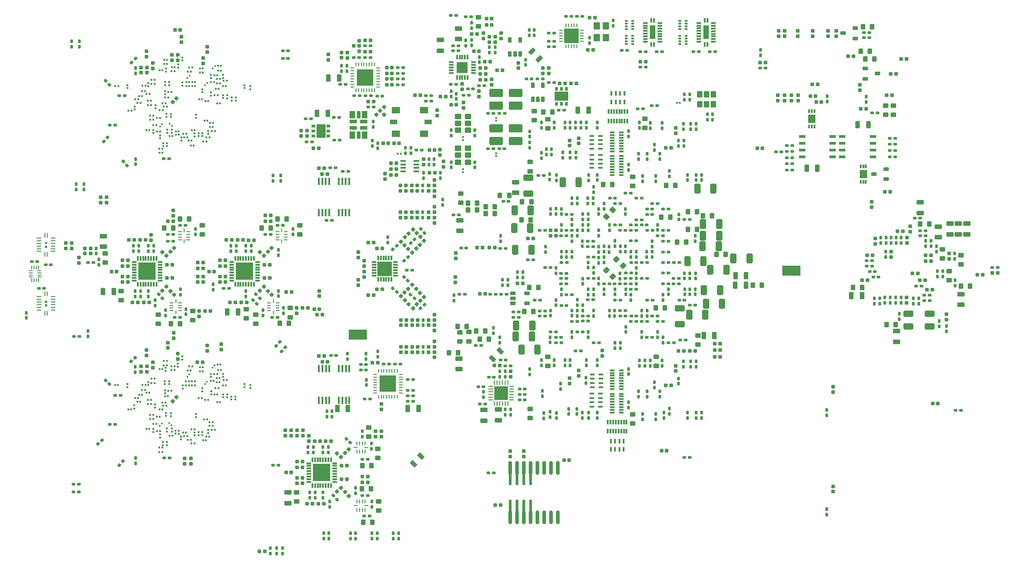
<source format=gbp>
G04 Layer_Color=128*
%FSLAX44Y44*%
%MOMM*%
G71*
G01*
G75*
%ADD24R,2.5000X1.7000*%
%ADD25R,0.5000X0.7000*%
G04:AMPARAMS|DCode=26|XSize=0.6mm|YSize=0.6mm|CornerRadius=0.06mm|HoleSize=0mm|Usage=FLASHONLY|Rotation=180.000|XOffset=0mm|YOffset=0mm|HoleType=Round|Shape=RoundedRectangle|*
%AMROUNDEDRECTD26*
21,1,0.6000,0.4800,0,0,180.0*
21,1,0.4800,0.6000,0,0,180.0*
1,1,0.1200,-0.2400,0.2400*
1,1,0.1200,0.2400,0.2400*
1,1,0.1200,0.2400,-0.2400*
1,1,0.1200,-0.2400,-0.2400*
%
%ADD26ROUNDEDRECTD26*%
G04:AMPARAMS|DCode=27|XSize=1.3mm|YSize=0.8mm|CornerRadius=0.1mm|HoleSize=0mm|Usage=FLASHONLY|Rotation=0.000|XOffset=0mm|YOffset=0mm|HoleType=Round|Shape=RoundedRectangle|*
%AMROUNDEDRECTD27*
21,1,1.3000,0.6000,0,0,0.0*
21,1,1.1000,0.8000,0,0,0.0*
1,1,0.2000,0.5500,-0.3000*
1,1,0.2000,-0.5500,-0.3000*
1,1,0.2000,-0.5500,0.3000*
1,1,0.2000,0.5500,0.3000*
%
%ADD27ROUNDEDRECTD27*%
G04:AMPARAMS|DCode=28|XSize=0.6mm|YSize=0.6mm|CornerRadius=0.06mm|HoleSize=0mm|Usage=FLASHONLY|Rotation=270.000|XOffset=0mm|YOffset=0mm|HoleType=Round|Shape=RoundedRectangle|*
%AMROUNDEDRECTD28*
21,1,0.6000,0.4800,0,0,270.0*
21,1,0.4800,0.6000,0,0,270.0*
1,1,0.1200,-0.2400,-0.2400*
1,1,0.1200,-0.2400,0.2400*
1,1,0.1200,0.2400,0.2400*
1,1,0.1200,0.2400,-0.2400*
%
%ADD28ROUNDEDRECTD28*%
G04:AMPARAMS|DCode=29|XSize=0.5mm|YSize=0.6mm|CornerRadius=0.05mm|HoleSize=0mm|Usage=FLASHONLY|Rotation=0.000|XOffset=0mm|YOffset=0mm|HoleType=Round|Shape=RoundedRectangle|*
%AMROUNDEDRECTD29*
21,1,0.5000,0.5000,0,0,0.0*
21,1,0.4000,0.6000,0,0,0.0*
1,1,0.1000,0.2000,-0.2500*
1,1,0.1000,-0.2000,-0.2500*
1,1,0.1000,-0.2000,0.2500*
1,1,0.1000,0.2000,0.2500*
%
%ADD29ROUNDEDRECTD29*%
G04:AMPARAMS|DCode=30|XSize=0.5mm|YSize=0.6mm|CornerRadius=0.05mm|HoleSize=0mm|Usage=FLASHONLY|Rotation=270.000|XOffset=0mm|YOffset=0mm|HoleType=Round|Shape=RoundedRectangle|*
%AMROUNDEDRECTD30*
21,1,0.5000,0.5000,0,0,270.0*
21,1,0.4000,0.6000,0,0,270.0*
1,1,0.1000,-0.2500,-0.2000*
1,1,0.1000,-0.2500,0.2000*
1,1,0.1000,0.2500,0.2000*
1,1,0.1000,0.2500,-0.2000*
%
%ADD30ROUNDEDRECTD30*%
G04:AMPARAMS|DCode=31|XSize=0.5mm|YSize=0.6mm|CornerRadius=0.05mm|HoleSize=0mm|Usage=FLASHONLY|Rotation=315.000|XOffset=0mm|YOffset=0mm|HoleType=Round|Shape=RoundedRectangle|*
%AMROUNDEDRECTD31*
21,1,0.5000,0.5000,0,0,315.0*
21,1,0.4000,0.6000,0,0,315.0*
1,1,0.1000,-0.0354,-0.3182*
1,1,0.1000,-0.3182,-0.0354*
1,1,0.1000,0.0354,0.3182*
1,1,0.1000,0.3182,0.0354*
%
%ADD31ROUNDEDRECTD31*%
G04:AMPARAMS|DCode=32|XSize=0.5mm|YSize=0.6mm|CornerRadius=0.05mm|HoleSize=0mm|Usage=FLASHONLY|Rotation=225.000|XOffset=0mm|YOffset=0mm|HoleType=Round|Shape=RoundedRectangle|*
%AMROUNDEDRECTD32*
21,1,0.5000,0.5000,0,0,225.0*
21,1,0.4000,0.6000,0,0,225.0*
1,1,0.1000,-0.3182,0.0354*
1,1,0.1000,-0.0354,0.3182*
1,1,0.1000,0.3182,-0.0354*
1,1,0.1000,0.0354,-0.3182*
%
%ADD32ROUNDEDRECTD32*%
G04:AMPARAMS|DCode=33|XSize=1mm|YSize=0.9mm|CornerRadius=0.1125mm|HoleSize=0mm|Usage=FLASHONLY|Rotation=90.000|XOffset=0mm|YOffset=0mm|HoleType=Round|Shape=RoundedRectangle|*
%AMROUNDEDRECTD33*
21,1,1.0000,0.6750,0,0,90.0*
21,1,0.7750,0.9000,0,0,90.0*
1,1,0.2250,0.3375,0.3875*
1,1,0.2250,0.3375,-0.3875*
1,1,0.2250,-0.3375,-0.3875*
1,1,0.2250,-0.3375,0.3875*
%
%ADD33ROUNDEDRECTD33*%
G04:AMPARAMS|DCode=34|XSize=1mm|YSize=0.9mm|CornerRadius=0.1125mm|HoleSize=0mm|Usage=FLASHONLY|Rotation=0.000|XOffset=0mm|YOffset=0mm|HoleType=Round|Shape=RoundedRectangle|*
%AMROUNDEDRECTD34*
21,1,1.0000,0.6750,0,0,0.0*
21,1,0.7750,0.9000,0,0,0.0*
1,1,0.2250,0.3875,-0.3375*
1,1,0.2250,-0.3875,-0.3375*
1,1,0.2250,-0.3875,0.3375*
1,1,0.2250,0.3875,0.3375*
%
%ADD34ROUNDEDRECTD34*%
G04:AMPARAMS|DCode=35|XSize=1.3mm|YSize=0.8mm|CornerRadius=0.1mm|HoleSize=0mm|Usage=FLASHONLY|Rotation=270.000|XOffset=0mm|YOffset=0mm|HoleType=Round|Shape=RoundedRectangle|*
%AMROUNDEDRECTD35*
21,1,1.3000,0.6000,0,0,270.0*
21,1,1.1000,0.8000,0,0,270.0*
1,1,0.2000,-0.3000,-0.5500*
1,1,0.2000,-0.3000,0.5500*
1,1,0.2000,0.3000,0.5500*
1,1,0.2000,0.3000,-0.5500*
%
%ADD35ROUNDEDRECTD35*%
%ADD36R,0.7000X0.5000*%
%ADD37R,1.7000X2.5000*%
G04:AMPARAMS|DCode=58|XSize=0.6mm|YSize=1mm|CornerRadius=0.075mm|HoleSize=0mm|Usage=FLASHONLY|Rotation=0.000|XOffset=0mm|YOffset=0mm|HoleType=Round|Shape=RoundedRectangle|*
%AMROUNDEDRECTD58*
21,1,0.6000,0.8500,0,0,0.0*
21,1,0.4500,1.0000,0,0,0.0*
1,1,0.1500,0.2250,-0.4250*
1,1,0.1500,-0.2250,-0.4250*
1,1,0.1500,-0.2250,0.4250*
1,1,0.1500,0.2250,0.4250*
%
%ADD58ROUNDEDRECTD58*%
%ADD64R,0.6000X0.4500*%
%ADD65R,0.6000X0.3000*%
G04:AMPARAMS|DCode=70|XSize=0.6mm|YSize=0.6mm|CornerRadius=0.06mm|HoleSize=0mm|Usage=FLASHONLY|Rotation=315.000|XOffset=0mm|YOffset=0mm|HoleType=Round|Shape=RoundedRectangle|*
%AMROUNDEDRECTD70*
21,1,0.6000,0.4800,0,0,315.0*
21,1,0.4800,0.6000,0,0,315.0*
1,1,0.1200,0.0000,-0.3394*
1,1,0.1200,-0.3394,0.0000*
1,1,0.1200,0.0000,0.3394*
1,1,0.1200,0.3394,0.0000*
%
%ADD70ROUNDEDRECTD70*%
G04:AMPARAMS|DCode=74|XSize=0.6mm|YSize=0.6mm|CornerRadius=0.06mm|HoleSize=0mm|Usage=FLASHONLY|Rotation=45.000|XOffset=0mm|YOffset=0mm|HoleType=Round|Shape=RoundedRectangle|*
%AMROUNDEDRECTD74*
21,1,0.6000,0.4800,0,0,45.0*
21,1,0.4800,0.6000,0,0,45.0*
1,1,0.1200,0.3394,0.0000*
1,1,0.1200,0.0000,-0.3394*
1,1,0.1200,-0.3394,0.0000*
1,1,0.1200,0.0000,0.3394*
%
%ADD74ROUNDEDRECTD74*%
G04:AMPARAMS|DCode=75|XSize=1.3mm|YSize=0.8mm|CornerRadius=0.1mm|HoleSize=0mm|Usage=FLASHONLY|Rotation=225.000|XOffset=0mm|YOffset=0mm|HoleType=Round|Shape=RoundedRectangle|*
%AMROUNDEDRECTD75*
21,1,1.3000,0.6000,0,0,225.0*
21,1,1.1000,0.8000,0,0,225.0*
1,1,0.2000,-0.6010,-0.1768*
1,1,0.2000,0.1768,0.6010*
1,1,0.2000,0.6010,0.1768*
1,1,0.2000,-0.1768,-0.6010*
%
%ADD75ROUNDEDRECTD75*%
G04:AMPARAMS|DCode=76|XSize=1.3mm|YSize=0.8mm|CornerRadius=0.1mm|HoleSize=0mm|Usage=FLASHONLY|Rotation=315.000|XOffset=0mm|YOffset=0mm|HoleType=Round|Shape=RoundedRectangle|*
%AMROUNDEDRECTD76*
21,1,1.3000,0.6000,0,0,315.0*
21,1,1.1000,0.8000,0,0,315.0*
1,1,0.2000,0.1768,-0.6010*
1,1,0.2000,-0.6010,0.1768*
1,1,0.2000,-0.1768,0.6010*
1,1,0.2000,0.6010,-0.1768*
%
%ADD76ROUNDEDRECTD76*%
%ADD96R,0.6500X0.2000*%
%ADD97R,0.2000X0.6500*%
%ADD98R,0.7500X0.2000*%
G04:AMPARAMS|DCode=108|XSize=1.8mm|YSize=1.15mm|CornerRadius=0.1437mm|HoleSize=0mm|Usage=FLASHONLY|Rotation=270.000|XOffset=0mm|YOffset=0mm|HoleType=Round|Shape=RoundedRectangle|*
%AMROUNDEDRECTD108*
21,1,1.8000,0.8625,0,0,270.0*
21,1,1.5125,1.1500,0,0,270.0*
1,1,0.2875,-0.4313,-0.7562*
1,1,0.2875,-0.4313,0.7562*
1,1,0.2875,0.4313,0.7562*
1,1,0.2875,0.4313,-0.7562*
%
%ADD108ROUNDEDRECTD108*%
G04:AMPARAMS|DCode=117|XSize=1.8mm|YSize=1.15mm|CornerRadius=0.1437mm|HoleSize=0mm|Usage=FLASHONLY|Rotation=180.000|XOffset=0mm|YOffset=0mm|HoleType=Round|Shape=RoundedRectangle|*
%AMROUNDEDRECTD117*
21,1,1.8000,0.8625,0,0,180.0*
21,1,1.5125,1.1500,0,0,180.0*
1,1,0.2875,-0.7562,0.4313*
1,1,0.2875,0.7562,0.4313*
1,1,0.2875,0.7562,-0.4313*
1,1,0.2875,-0.7562,-0.4313*
%
%ADD117ROUNDEDRECTD117*%
%ADD120R,3.5000X1.9000*%
%ADD138R,0.3000X0.9000*%
%ADD139R,0.9000X0.3000*%
%ADD185R,1.0000X0.4000*%
%ADD186O,0.7000X2.6000*%
G04:AMPARAMS|DCode=187|XSize=2.2mm|YSize=0.55mm|CornerRadius=0.1375mm|HoleSize=0mm|Usage=FLASHONLY|Rotation=90.000|XOffset=0mm|YOffset=0mm|HoleType=Round|Shape=RoundedRectangle|*
%AMROUNDEDRECTD187*
21,1,2.2000,0.2750,0,0,90.0*
21,1,1.9250,0.5500,0,0,90.0*
1,1,0.2750,0.1375,0.9625*
1,1,0.2750,0.1375,-0.9625*
1,1,0.2750,-0.1375,-0.9625*
1,1,0.2750,-0.1375,0.9625*
%
%ADD187ROUNDEDRECTD187*%
%ADD188R,1.5000X1.2000*%
%ADD189R,1.4000X0.9000*%
G04:AMPARAMS|DCode=190|XSize=1mm|YSize=0.9mm|CornerRadius=0.1125mm|HoleSize=0mm|Usage=FLASHONLY|Rotation=135.000|XOffset=0mm|YOffset=0mm|HoleType=Round|Shape=RoundedRectangle|*
%AMROUNDEDRECTD190*
21,1,1.0000,0.6750,0,0,135.0*
21,1,0.7750,0.9000,0,0,135.0*
1,1,0.2250,-0.0354,0.5127*
1,1,0.2250,0.5127,-0.0354*
1,1,0.2250,0.0354,-0.5127*
1,1,0.2250,-0.5127,0.0354*
%
%ADD190ROUNDEDRECTD190*%
G04:AMPARAMS|DCode=191|XSize=1mm|YSize=0.9mm|CornerRadius=0.1125mm|HoleSize=0mm|Usage=FLASHONLY|Rotation=225.000|XOffset=0mm|YOffset=0mm|HoleType=Round|Shape=RoundedRectangle|*
%AMROUNDEDRECTD191*
21,1,1.0000,0.6750,0,0,225.0*
21,1,0.7750,0.9000,0,0,225.0*
1,1,0.2250,-0.5127,-0.0354*
1,1,0.2250,0.0354,0.5127*
1,1,0.2250,0.5127,0.0354*
1,1,0.2250,-0.0354,-0.5127*
%
%ADD191ROUNDEDRECTD191*%
%ADD192R,1.2000X0.5000*%
G04:AMPARAMS|DCode=194|XSize=0.6mm|YSize=1mm|CornerRadius=0.075mm|HoleSize=0mm|Usage=FLASHONLY|Rotation=270.000|XOffset=0mm|YOffset=0mm|HoleType=Round|Shape=RoundedRectangle|*
%AMROUNDEDRECTD194*
21,1,0.6000,0.8500,0,0,270.0*
21,1,0.4500,1.0000,0,0,270.0*
1,1,0.1500,-0.4250,-0.2250*
1,1,0.1500,-0.4250,0.2250*
1,1,0.1500,0.4250,0.2250*
1,1,0.1500,0.4250,-0.2250*
%
%ADD194ROUNDEDRECTD194*%
%ADD195R,1.3500X1.6500*%
%ADD196R,0.3000X0.7000*%
%ADD197R,0.9000X0.3500*%
%ADD198R,0.3500X0.9000*%
%ADD199R,1.0000X2.5500*%
%ADD200O,0.9000X0.2500*%
%ADD201O,0.2500X0.9000*%
%ADD202R,2.6000X2.6000*%
%ADD203R,0.3500X0.3000*%
G04:AMPARAMS|DCode=204|XSize=1mm|YSize=1.2mm|CornerRadius=0.125mm|HoleSize=0mm|Usage=FLASHONLY|Rotation=90.000|XOffset=0mm|YOffset=0mm|HoleType=Round|Shape=RoundedRectangle|*
%AMROUNDEDRECTD204*
21,1,1.0000,0.9500,0,0,90.0*
21,1,0.7500,1.2000,0,0,90.0*
1,1,0.2500,0.4750,0.3750*
1,1,0.2500,0.4750,-0.3750*
1,1,0.2500,-0.4750,-0.3750*
1,1,0.2500,-0.4750,0.3750*
%
%ADD204ROUNDEDRECTD204*%
%ADD205R,0.3000X0.3500*%
G04:AMPARAMS|DCode=206|XSize=0.3mm|YSize=0.35mm|CornerRadius=0mm|HoleSize=0mm|Usage=FLASHONLY|Rotation=45.000|XOffset=0mm|YOffset=0mm|HoleType=Round|Shape=Rectangle|*
%AMROTATEDRECTD206*
4,1,4,0.0177,-0.2298,-0.2298,0.0177,-0.0177,0.2298,0.2298,-0.0177,0.0177,-0.2298,0.0*
%
%ADD206ROTATEDRECTD206*%

%ADD207R,0.4000X0.9500*%
%ADD208R,0.9500X0.4000*%
%ADD209R,0.4500X1.4000*%
%ADD210R,2.7000X2.7000*%
%ADD211R,0.2500X0.8000*%
%ADD212R,0.8000X0.2500*%
G04:AMPARAMS|DCode=213|XSize=0.3mm|YSize=0.35mm|CornerRadius=0mm|HoleSize=0mm|Usage=FLASHONLY|Rotation=135.000|XOffset=0mm|YOffset=0mm|HoleType=Round|Shape=Rectangle|*
%AMROTATEDRECTD213*
4,1,4,0.2298,0.0177,-0.0177,-0.2298,-0.2298,-0.0177,0.0177,0.2298,0.2298,0.0177,0.0*
%
%ADD213ROTATEDRECTD213*%

%ADD214R,0.9500X0.3500*%
%ADD215R,0.3500X0.9500*%
G04:AMPARAMS|DCode=216|XSize=1.8mm|YSize=1.2mm|CornerRadius=0.15mm|HoleSize=0mm|Usage=FLASHONLY|Rotation=180.000|XOffset=0mm|YOffset=0mm|HoleType=Round|Shape=RoundedRectangle|*
%AMROUNDEDRECTD216*
21,1,1.8000,0.9000,0,0,180.0*
21,1,1.5000,1.2000,0,0,180.0*
1,1,0.3000,-0.7500,0.4500*
1,1,0.3000,0.7500,0.4500*
1,1,0.3000,0.7500,-0.4500*
1,1,0.3000,-0.7500,-0.4500*
%
%ADD216ROUNDEDRECTD216*%
%ADD217R,1.0000X1.3500*%
%ADD218R,1.3500X0.7000*%
%ADD219R,0.7000X1.3500*%
G04:AMPARAMS|DCode=220|XSize=2.5mm|YSize=1.5mm|CornerRadius=0.1875mm|HoleSize=0mm|Usage=FLASHONLY|Rotation=0.000|XOffset=0mm|YOffset=0mm|HoleType=Round|Shape=RoundedRectangle|*
%AMROUNDEDRECTD220*
21,1,2.5000,1.1250,0,0,0.0*
21,1,2.1250,1.5000,0,0,0.0*
1,1,0.3750,1.0625,-0.5625*
1,1,0.3750,-1.0625,-0.5625*
1,1,0.3750,-1.0625,0.5625*
1,1,0.3750,1.0625,0.5625*
%
%ADD220ROUNDEDRECTD220*%
G04:AMPARAMS|DCode=221|XSize=1.4mm|YSize=1.2mm|CornerRadius=0.15mm|HoleSize=0mm|Usage=FLASHONLY|Rotation=270.000|XOffset=0mm|YOffset=0mm|HoleType=Round|Shape=RoundedRectangle|*
%AMROUNDEDRECTD221*
21,1,1.4000,0.9000,0,0,270.0*
21,1,1.1000,1.2000,0,0,270.0*
1,1,0.3000,-0.4500,-0.5500*
1,1,0.3000,-0.4500,0.5500*
1,1,0.3000,0.4500,0.5500*
1,1,0.3000,0.4500,-0.5500*
%
%ADD221ROUNDEDRECTD221*%
G04:AMPARAMS|DCode=222|XSize=1mm|YSize=1.2mm|CornerRadius=0.125mm|HoleSize=0mm|Usage=FLASHONLY|Rotation=0.000|XOffset=0mm|YOffset=0mm|HoleType=Round|Shape=RoundedRectangle|*
%AMROUNDEDRECTD222*
21,1,1.0000,0.9500,0,0,0.0*
21,1,0.7500,1.2000,0,0,0.0*
1,1,0.2500,0.3750,-0.4750*
1,1,0.2500,-0.3750,-0.4750*
1,1,0.2500,-0.3750,0.4750*
1,1,0.2500,0.3750,0.4750*
%
%ADD222ROUNDEDRECTD222*%
%ADD223R,3.1000X3.1000*%
%ADD224R,2.1000X2.1000*%
%ADD225R,0.3000X0.8500*%
%ADD226R,0.8500X0.3000*%
%ADD227R,3.2000X3.2000*%
%ADD228R,0.2500X0.7500*%
%ADD229R,0.7500X0.2500*%
%ADD230R,0.2500X0.9000*%
%ADD231R,0.9000X0.2500*%
G36*
X110258Y559750D02*
X106258Y559750D01*
Y563750D01*
X110258D01*
X110258Y559750D01*
D02*
G37*
G36*
Y552750D02*
X106258D01*
Y556750D01*
X110258D01*
Y552750D01*
D02*
G37*
G36*
Y669250D02*
X106258Y669250D01*
Y673250D01*
X110258D01*
X110258Y669250D01*
D02*
G37*
G36*
Y662250D02*
X106258D01*
Y666250D01*
X110258D01*
Y662250D01*
D02*
G37*
D24*
X1070500Y945250D02*
D03*
D25*
X1080000Y931250D02*
D03*
X1070500D02*
D03*
X1061000D02*
D03*
Y959250D02*
D03*
X1070500D02*
D03*
X1080000D02*
D03*
D26*
X145538Y661475D02*
D03*
X156462Y661500D02*
D03*
X366750Y269250D02*
D03*
Y259250D02*
D03*
X378750Y269250D02*
D03*
Y259250D02*
D03*
X565750Y321250D02*
D03*
Y311250D02*
D03*
X554750Y321250D02*
D03*
Y311250D02*
D03*
X587750Y321250D02*
D03*
X156462Y671500D02*
D03*
X221500Y756500D02*
D03*
Y746500D02*
D03*
X145538Y671475D02*
D03*
X210500Y756500D02*
D03*
Y746500D02*
D03*
X1627750Y956750D02*
D03*
Y966750D02*
D03*
X1578000Y392750D02*
D03*
Y402750D02*
D03*
X1578000Y207000D02*
D03*
Y217000D02*
D03*
X974800Y282700D02*
D03*
Y272700D02*
D03*
X1000200Y282700D02*
D03*
Y272700D02*
D03*
X838750Y919000D02*
D03*
Y909000D02*
D03*
X660000Y1027250D02*
D03*
Y1017250D02*
D03*
X989750Y1007750D02*
D03*
Y997750D02*
D03*
X1512000Y1067500D02*
D03*
Y1057500D02*
D03*
X1539750Y1067250D02*
D03*
Y1057250D02*
D03*
X1568750Y1067250D02*
D03*
Y1057250D02*
D03*
X1583500Y1067250D02*
D03*
Y1057250D02*
D03*
X1512650Y947500D02*
D03*
X1512650Y937500D02*
D03*
X1499950Y947500D02*
D03*
X1499950Y937500D02*
D03*
X1487250Y947500D02*
D03*
Y937500D02*
D03*
X1474600Y947500D02*
D03*
Y937500D02*
D03*
X435500Y472250D02*
D03*
Y482250D02*
D03*
X618750Y572000D02*
D03*
Y582000D02*
D03*
X346500Y493500D02*
D03*
Y503500D02*
D03*
X295867Y471160D02*
D03*
Y461160D02*
D03*
X285366Y440910D02*
D03*
Y430910D02*
D03*
X307367Y448910D02*
D03*
Y438910D02*
D03*
X296367Y440910D02*
D03*
Y430910D02*
D03*
X576750Y321250D02*
D03*
X635000Y1013750D02*
D03*
Y1023750D02*
D03*
X360750Y1056500D02*
D03*
Y1046500D02*
D03*
X1050250Y685000D02*
D03*
Y695000D02*
D03*
X1060250Y685000D02*
D03*
Y695000D02*
D03*
X296133Y1029531D02*
D03*
Y1019531D02*
D03*
X285633Y999281D02*
D03*
Y989281D02*
D03*
X307633Y1007281D02*
D03*
Y997281D02*
D03*
X296633Y999281D02*
D03*
Y989281D02*
D03*
X335616Y485410D02*
D03*
Y475410D02*
D03*
X354054Y454400D02*
D03*
Y464400D02*
D03*
X409117Y479660D02*
D03*
Y469660D02*
D03*
X343383Y1022781D02*
D03*
Y1012781D02*
D03*
X353883Y1012771D02*
D03*
Y1022771D02*
D03*
X409383Y1038031D02*
D03*
Y1028031D02*
D03*
X401320Y1007021D02*
D03*
Y1017021D02*
D03*
X1283500Y442250D02*
D03*
Y432250D02*
D03*
X1146500Y460500D02*
D03*
Y470500D02*
D03*
X1102750Y433250D02*
D03*
Y423250D02*
D03*
X1086000Y409000D02*
D03*
Y419000D02*
D03*
X1283500Y886250D02*
D03*
Y876250D02*
D03*
X1085750Y863000D02*
D03*
Y853000D02*
D03*
X1102750Y857250D02*
D03*
Y867250D02*
D03*
X873500Y652500D02*
D03*
Y642500D02*
D03*
X872000Y597500D02*
D03*
Y607500D02*
D03*
X1794250Y651750D02*
D03*
Y641750D02*
D03*
X1656250Y679750D02*
D03*
Y669750D02*
D03*
X1685750Y655500D02*
D03*
Y645500D02*
D03*
X1789500Y528000D02*
D03*
Y538000D02*
D03*
X1721500Y702500D02*
D03*
Y692500D02*
D03*
X693000Y1029250D02*
D03*
Y1039250D02*
D03*
D03*
Y1049250D02*
D03*
X936250Y1046500D02*
D03*
Y1056500D02*
D03*
X947250Y1046500D02*
D03*
Y1056500D02*
D03*
X1714750Y569500D02*
D03*
Y559500D02*
D03*
X1715500Y671500D02*
D03*
Y681500D02*
D03*
X1649500Y748422D02*
D03*
Y738422D02*
D03*
X702500Y608250D02*
D03*
Y618250D02*
D03*
X691500Y592500D02*
D03*
Y602500D02*
D03*
X702500Y638250D02*
D03*
Y628250D02*
D03*
X691500Y654000D02*
D03*
Y644000D02*
D03*
X975750Y421500D02*
D03*
Y431500D02*
D03*
X833051Y758800D02*
D03*
Y768800D02*
D03*
X822051Y768800D02*
D03*
Y778800D02*
D03*
X833051Y788800D02*
D03*
Y778800D02*
D03*
X833801Y507800D02*
D03*
Y517800D02*
D03*
X822801Y517800D02*
D03*
Y527800D02*
D03*
X833801Y537800D02*
D03*
Y527800D02*
D03*
X833051Y738700D02*
D03*
Y728700D02*
D03*
X822051Y728700D02*
D03*
Y718700D02*
D03*
X833051Y708700D02*
D03*
Y718700D02*
D03*
X833801Y477700D02*
D03*
Y487700D02*
D03*
X822801Y477700D02*
D03*
Y467700D02*
D03*
X833801Y467700D02*
D03*
X833801Y457700D02*
D03*
X925250Y1053000D02*
D03*
Y1063000D02*
D03*
X958250Y1053000D02*
D03*
Y1063000D02*
D03*
X1475750Y1057500D02*
D03*
Y1067500D02*
D03*
X1486750Y1057500D02*
D03*
Y1067500D02*
D03*
X940000Y967000D02*
D03*
X940000Y977000D02*
D03*
X887750Y933750D02*
D03*
Y923750D02*
D03*
X884750Y958500D02*
D03*
Y968500D02*
D03*
X916750Y954750D02*
D03*
Y944750D02*
D03*
X670947Y1017053D02*
D03*
Y1027053D02*
D03*
X812750Y828000D02*
D03*
Y818000D02*
D03*
X843546Y845546D02*
D03*
Y835546D02*
D03*
X741275Y790582D02*
D03*
Y800582D02*
D03*
X1047000Y988000D02*
D03*
Y998000D02*
D03*
X1036000Y988000D02*
D03*
Y998000D02*
D03*
X169757Y634500D02*
D03*
Y644500D02*
D03*
X180758Y651500D02*
D03*
Y661500D02*
D03*
X191758Y651500D02*
D03*
Y661500D02*
D03*
X598750Y301250D02*
D03*
Y311250D02*
D03*
X734821Y319571D02*
D03*
Y309571D02*
D03*
X723571Y309571D02*
D03*
Y319571D02*
D03*
X304500Y686500D02*
D03*
Y676500D02*
D03*
X345750Y732250D02*
D03*
Y722250D02*
D03*
X394401Y544099D02*
D03*
Y534099D02*
D03*
X576401Y549849D02*
D03*
Y539849D02*
D03*
X587750Y311250D02*
D03*
X576750D02*
D03*
X734000Y371000D02*
D03*
Y361000D02*
D03*
X595500Y881000D02*
D03*
Y871000D02*
D03*
X584500Y871000D02*
D03*
Y881000D02*
D03*
X850000Y813750D02*
D03*
Y823750D02*
D03*
D27*
X1827250Y707750D02*
D03*
Y687750D02*
D03*
X1811550Y707610D02*
D03*
X1811550Y687610D02*
D03*
X1816750Y556000D02*
D03*
Y576000D02*
D03*
X1774000Y702000D02*
D03*
Y682000D02*
D03*
X1796000Y707500D02*
D03*
Y687500D02*
D03*
X1740500Y727250D02*
D03*
Y747250D02*
D03*
X1696150Y507110D02*
D03*
Y487110D02*
D03*
X881000Y714000D02*
D03*
Y694000D02*
D03*
X985250Y765000D02*
D03*
Y785000D02*
D03*
X879000Y455750D02*
D03*
Y435750D02*
D03*
X926000Y359500D02*
D03*
Y339500D02*
D03*
X952750Y360500D02*
D03*
Y340500D02*
D03*
X878000Y1072000D02*
D03*
Y1052000D02*
D03*
X844500Y1050250D02*
D03*
Y1030250D02*
D03*
X215750Y684250D02*
D03*
Y664250D02*
D03*
X560000Y185500D02*
D03*
Y205500D02*
D03*
D28*
X1067500Y969750D02*
D03*
X1077500D02*
D03*
X1088500Y969750D02*
D03*
X1098500D02*
D03*
X1685000Y987500D02*
D03*
X1695000D02*
D03*
X617500Y811000D02*
D03*
X627500D02*
D03*
X623750Y800000D02*
D03*
X633750D02*
D03*
X617800Y460640D02*
D03*
X627800D02*
D03*
X624050Y449640D02*
D03*
X634050D02*
D03*
X401250Y598152D02*
D03*
X401275Y608848D02*
D03*
X391275D02*
D03*
X391250Y623750D02*
D03*
X401250D02*
D03*
X391250Y598152D02*
D03*
X391250Y635000D02*
D03*
X401250D02*
D03*
X1310000Y469500D02*
D03*
X1320000D02*
D03*
X1299000Y469500D02*
D03*
X1289000D02*
D03*
X1267250Y283250D02*
D03*
X1257250D02*
D03*
X1436000Y848250D02*
D03*
X1446000D02*
D03*
X1857000Y611750D02*
D03*
X1847000D02*
D03*
X1129750Y1032250D02*
D03*
X1119750D02*
D03*
X1123250Y1091750D02*
D03*
X1133250D02*
D03*
X947000Y182000D02*
D03*
X957000D02*
D03*
X807000Y947500D02*
D03*
X797000D02*
D03*
X767750Y858000D02*
D03*
X757750D02*
D03*
X737500D02*
D03*
X747500D02*
D03*
X1773625Y371250D02*
D03*
X1763625D02*
D03*
X720000Y935750D02*
D03*
X710000D02*
D03*
X1441750Y1008500D02*
D03*
X1451750D02*
D03*
X1217750Y1010000D02*
D03*
X1227750Y1010000D02*
D03*
X693000Y1039250D02*
D03*
X683000D02*
D03*
X703750Y1028250D02*
D03*
X713750D02*
D03*
X1885250Y615250D02*
D03*
X1875250D02*
D03*
X567000Y579500D02*
D03*
X557000D02*
D03*
X608750Y548000D02*
D03*
X618750D02*
D03*
X624000Y537250D02*
D03*
X614000D02*
D03*
X1017750Y680000D02*
D03*
X1007750D02*
D03*
X358750Y1069250D02*
D03*
X348750D02*
D03*
X401054Y448650D02*
D03*
X391054D02*
D03*
X1357025Y483765D02*
D03*
X1367025D02*
D03*
X1357025Y471295D02*
D03*
X1367025D02*
D03*
X1357025Y458825D02*
D03*
X1367025D02*
D03*
X1605500Y1020250D02*
D03*
X1615500D02*
D03*
X1275250Y405500D02*
D03*
X1265250D02*
D03*
X1275250Y849500D02*
D03*
X1265250D02*
D03*
X928000Y576250D02*
D03*
X918000D02*
D03*
X936000Y662500D02*
D03*
X946000D02*
D03*
X923000D02*
D03*
X913000D02*
D03*
X1760750Y648250D02*
D03*
X1750750D02*
D03*
X1736000Y615000D02*
D03*
X1726000D02*
D03*
X1641500Y648250D02*
D03*
X1651500D02*
D03*
X1631750Y602000D02*
D03*
X1641750D02*
D03*
X1739750Y601750D02*
D03*
X1749750D02*
D03*
X1750750Y637750D02*
D03*
X1760750D02*
D03*
X955250Y442500D02*
D03*
X945250D02*
D03*
X1715000Y1015000D02*
D03*
X1705000D02*
D03*
X1684500Y767250D02*
D03*
X1674500D02*
D03*
X1075250Y265750D02*
D03*
X1085250D02*
D03*
X506500Y95750D02*
D03*
X516500D02*
D03*
X998186Y596000D02*
D03*
X988186Y596000D02*
D03*
X1753250Y584500D02*
D03*
X1763250D02*
D03*
X1698250Y693250D02*
D03*
X1708250D02*
D03*
X725750Y585000D02*
D03*
X735750D02*
D03*
X710000Y574000D02*
D03*
X720000D02*
D03*
X725750Y661500D02*
D03*
X735750D02*
D03*
X710000Y672500D02*
D03*
X720000D02*
D03*
X780051Y768800D02*
D03*
X770051D02*
D03*
X780051Y778800D02*
D03*
X770051D02*
D03*
X780051Y728700D02*
D03*
X770051D02*
D03*
X780051Y718700D02*
D03*
X770051D02*
D03*
X780801Y517800D02*
D03*
X770801D02*
D03*
X780801Y527800D02*
D03*
X770801D02*
D03*
X780801Y477700D02*
D03*
X770801D02*
D03*
X791051Y768800D02*
D03*
X801051D02*
D03*
X791051Y778800D02*
D03*
X801051D02*
D03*
X791801Y517800D02*
D03*
X801801D02*
D03*
X791801Y527800D02*
D03*
X801801D02*
D03*
X791051Y728700D02*
D03*
X801051D02*
D03*
X791051Y718700D02*
D03*
X801051D02*
D03*
X791801Y477700D02*
D03*
X801801D02*
D03*
X791801Y467700D02*
D03*
X801801D02*
D03*
X780801D02*
D03*
X770801D02*
D03*
X1546000Y934250D02*
D03*
X1556000D02*
D03*
X1535000Y945250D02*
D03*
X1545000D02*
D03*
X1539000Y967250D02*
D03*
X1549000D02*
D03*
X744250Y999250D02*
D03*
X754250D02*
D03*
X744250Y988250D02*
D03*
X754250D02*
D03*
X744250Y977500D02*
D03*
X754250D02*
D03*
X744250Y966500D02*
D03*
X754250D02*
D03*
X1688000Y947750D02*
D03*
X1678000D02*
D03*
X1629250Y922000D02*
D03*
X1639250D02*
D03*
X919000Y986750D02*
D03*
X929000D02*
D03*
X903250Y1061750D02*
D03*
X913250D02*
D03*
X919000Y975750D02*
D03*
X929000D02*
D03*
X844250Y944750D02*
D03*
X854250D02*
D03*
X927750Y1010250D02*
D03*
X937750D02*
D03*
X919000Y997750D02*
D03*
X929000Y997750D02*
D03*
X960500Y993500D02*
D03*
X950500D02*
D03*
X864500Y929250D02*
D03*
X874500D02*
D03*
X916750Y1029750D02*
D03*
X906750D02*
D03*
X713750Y1049750D02*
D03*
X703750D02*
D03*
X752025Y820081D02*
D03*
X762025Y820081D02*
D03*
X752025Y809081D02*
D03*
X762025D02*
D03*
X752025Y798082D02*
D03*
X762025D02*
D03*
X824000Y802750D02*
D03*
X834000D02*
D03*
X823750Y845250D02*
D03*
X833750D02*
D03*
X930500Y1090750D02*
D03*
X940500D02*
D03*
X930500Y1078280D02*
D03*
X940500D02*
D03*
X659750Y255250D02*
D03*
X669750D02*
D03*
X556250Y242500D02*
D03*
X566250D02*
D03*
X640500Y301250D02*
D03*
X630500D02*
D03*
X627000Y184500D02*
D03*
X617000D02*
D03*
X595750D02*
D03*
X605750D02*
D03*
X577250Y233000D02*
D03*
X587250D02*
D03*
X577250Y222500D02*
D03*
X587250D02*
D03*
X659750Y230250D02*
D03*
X669750D02*
D03*
X619750Y301250D02*
D03*
X609750D02*
D03*
X577250Y252250D02*
D03*
X587250D02*
D03*
X577250Y263250D02*
D03*
X587250D02*
D03*
X708651Y235707D02*
D03*
X698651D02*
D03*
Y224707D02*
D03*
X708651D02*
D03*
X272750Y677000D02*
D03*
X262750D02*
D03*
X333750Y631000D02*
D03*
X343750D02*
D03*
X230250Y618250D02*
D03*
X240250D02*
D03*
X301000Y560250D02*
D03*
X291000D02*
D03*
X269750D02*
D03*
X279750D02*
D03*
X251250Y608750D02*
D03*
X261250D02*
D03*
X251250Y598250D02*
D03*
X261250D02*
D03*
X333750Y606000D02*
D03*
X343750D02*
D03*
X293750Y677000D02*
D03*
X283750D02*
D03*
X251250Y628000D02*
D03*
X261250D02*
D03*
X251250Y639000D02*
D03*
X261250D02*
D03*
X415401Y544099D02*
D03*
X405401D02*
D03*
X345750Y712000D02*
D03*
X335750D02*
D03*
X515750Y631000D02*
D03*
X525750D02*
D03*
X412250Y618250D02*
D03*
X422250D02*
D03*
X451750Y560250D02*
D03*
X461750D02*
D03*
X433250Y598250D02*
D03*
X443250D02*
D03*
X433250Y628000D02*
D03*
X443250D02*
D03*
X496500Y676500D02*
D03*
X486500D02*
D03*
X483000Y560250D02*
D03*
X473000D02*
D03*
X454750Y677000D02*
D03*
X444750D02*
D03*
X433250Y608750D02*
D03*
X443250D02*
D03*
X515750Y606000D02*
D03*
X525750D02*
D03*
X475750Y677000D02*
D03*
X465750D02*
D03*
X433250Y639000D02*
D03*
X443250D02*
D03*
X527750Y712000D02*
D03*
X517750D02*
D03*
X517750Y723000D02*
D03*
X527750D02*
D03*
X597401Y549849D02*
D03*
X587401D02*
D03*
X727500Y448000D02*
D03*
X717500D02*
D03*
X617500Y848000D02*
D03*
X607500D02*
D03*
D29*
X275750Y828250D02*
D03*
Y818250D02*
D03*
X275500Y269750D02*
D03*
Y259750D02*
D03*
X670800Y454890D02*
D03*
Y464890D02*
D03*
X1566500Y935250D02*
D03*
Y945250D02*
D03*
X1566000Y360000D02*
D03*
Y350000D02*
D03*
X1565750Y174500D02*
D03*
Y164500D02*
D03*
X632500Y347250D02*
D03*
Y357250D02*
D03*
X642250Y357250D02*
D03*
Y347250D02*
D03*
X719250Y898000D02*
D03*
Y888000D02*
D03*
X727250Y858000D02*
D03*
Y848000D02*
D03*
X717250Y862750D02*
D03*
Y852750D02*
D03*
X1003250Y1003750D02*
D03*
Y1013750D02*
D03*
X1190250Y725250D02*
D03*
Y735250D02*
D03*
X1120000Y745000D02*
D03*
Y755000D02*
D03*
X1110500Y705000D02*
D03*
Y695000D02*
D03*
X1200250Y574750D02*
D03*
Y564750D02*
D03*
X1250000Y495250D02*
D03*
Y505250D02*
D03*
X1180250Y484750D02*
D03*
Y474750D02*
D03*
X1260500Y485250D02*
D03*
Y495250D02*
D03*
X1120500Y505250D02*
D03*
Y495250D02*
D03*
X1140250Y695000D02*
D03*
Y685000D02*
D03*
X1090000Y744750D02*
D03*
Y754750D02*
D03*
X1130000Y744750D02*
D03*
Y754750D02*
D03*
X1130500Y766000D02*
D03*
Y776000D02*
D03*
X1100000Y744750D02*
D03*
Y754750D02*
D03*
X1090250Y545500D02*
D03*
Y535500D02*
D03*
X1220250Y535250D02*
D03*
Y545250D02*
D03*
X1190500Y515000D02*
D03*
Y505000D02*
D03*
X1220250Y505500D02*
D03*
Y495500D02*
D03*
X1120250Y635250D02*
D03*
Y625250D02*
D03*
X1130750Y625250D02*
D03*
Y615250D02*
D03*
X1139750Y654750D02*
D03*
Y664750D02*
D03*
X1180250Y655250D02*
D03*
Y665250D02*
D03*
X1159750Y654750D02*
D03*
Y664750D02*
D03*
X1149750Y655000D02*
D03*
Y665000D02*
D03*
X1140250Y605000D02*
D03*
Y595000D02*
D03*
X1170500Y585250D02*
D03*
Y575250D02*
D03*
X1150250Y585250D02*
D03*
Y575250D02*
D03*
X1130500Y585000D02*
D03*
Y575000D02*
D03*
X1190500Y585250D02*
D03*
Y575250D02*
D03*
X1170250Y665250D02*
D03*
Y675250D02*
D03*
X1210500Y645250D02*
D03*
Y655250D02*
D03*
X1150250Y634750D02*
D03*
Y644750D02*
D03*
X1139750Y634500D02*
D03*
Y644500D02*
D03*
X1210250Y605000D02*
D03*
Y595000D02*
D03*
X1200000Y645500D02*
D03*
Y655500D02*
D03*
X1190000Y655250D02*
D03*
Y665250D02*
D03*
X1210250Y625000D02*
D03*
Y615000D02*
D03*
X1120500Y585000D02*
D03*
Y575000D02*
D03*
X1109750Y675000D02*
D03*
Y665000D02*
D03*
X1090250Y655500D02*
D03*
Y645500D02*
D03*
X1060250Y725500D02*
D03*
Y735500D02*
D03*
X1050000Y725250D02*
D03*
Y735250D02*
D03*
X1060250Y624750D02*
D03*
Y614750D02*
D03*
X1040500Y664750D02*
D03*
Y654750D02*
D03*
X1080250Y655250D02*
D03*
Y645250D02*
D03*
X1070250Y655250D02*
D03*
Y645250D02*
D03*
X1060500Y555000D02*
D03*
Y565000D02*
D03*
X1110500Y604750D02*
D03*
Y594750D02*
D03*
X1070500Y584750D02*
D03*
Y574750D02*
D03*
X1100000Y565250D02*
D03*
Y555250D02*
D03*
X1050250Y535500D02*
D03*
Y545500D02*
D03*
X1049750Y495500D02*
D03*
Y485500D02*
D03*
X1110500Y715250D02*
D03*
Y725250D02*
D03*
X1160250Y695250D02*
D03*
Y705250D02*
D03*
X1169750Y545000D02*
D03*
Y535000D02*
D03*
X1110000Y545250D02*
D03*
Y555250D02*
D03*
X1260000Y565000D02*
D03*
Y575000D02*
D03*
X1230250Y545000D02*
D03*
Y535000D02*
D03*
X1320000Y685000D02*
D03*
Y675000D02*
D03*
X1120250Y695000D02*
D03*
Y705000D02*
D03*
Y715250D02*
D03*
Y725250D02*
D03*
X1100500Y535000D02*
D03*
Y545000D02*
D03*
X1089750Y505000D02*
D03*
Y495000D02*
D03*
X1130500Y535000D02*
D03*
Y545000D02*
D03*
X1160250Y535000D02*
D03*
Y545000D02*
D03*
X1300500Y575250D02*
D03*
Y585250D02*
D03*
X1290000Y715000D02*
D03*
Y725000D02*
D03*
X1240250Y674750D02*
D03*
Y664750D02*
D03*
X1300250Y615000D02*
D03*
Y605000D02*
D03*
X1090000Y685000D02*
D03*
Y675000D02*
D03*
X1229750Y645000D02*
D03*
Y655000D02*
D03*
X1310250Y575250D02*
D03*
Y585250D02*
D03*
X1320500Y575250D02*
D03*
Y585250D02*
D03*
X1170250Y485000D02*
D03*
Y475000D02*
D03*
X1270000Y585250D02*
D03*
Y575250D02*
D03*
X1320750Y615000D02*
D03*
Y605000D02*
D03*
X1090250Y715250D02*
D03*
Y705250D02*
D03*
X1070250Y725250D02*
D03*
Y735250D02*
D03*
X1140000D02*
D03*
Y725250D02*
D03*
X1310000Y605000D02*
D03*
Y615000D02*
D03*
X1100500Y685000D02*
D03*
Y695000D02*
D03*
X1070750Y705000D02*
D03*
Y695000D02*
D03*
X1250250Y695500D02*
D03*
Y705500D02*
D03*
X1150000Y745250D02*
D03*
Y735250D02*
D03*
X1240000Y655000D02*
D03*
Y645000D02*
D03*
X1180000Y614500D02*
D03*
Y604500D02*
D03*
X1442250Y1022250D02*
D03*
Y1032250D02*
D03*
X864741Y822350D02*
D03*
Y812350D02*
D03*
X908759Y882100D02*
D03*
Y872100D02*
D03*
X670250Y1002250D02*
D03*
Y992250D02*
D03*
X908759Y812350D02*
D03*
Y822350D02*
D03*
X864742Y872100D02*
D03*
Y882100D02*
D03*
X274874Y439908D02*
D03*
Y429908D02*
D03*
X275140Y998279D02*
D03*
Y988279D02*
D03*
X626500Y119500D02*
D03*
Y129500D02*
D03*
X636500Y119500D02*
D03*
Y129500D02*
D03*
X676500Y119500D02*
D03*
X676500Y129500D02*
D03*
X686500Y119500D02*
D03*
Y129500D02*
D03*
X716500Y119500D02*
D03*
X716500Y129500D02*
D03*
X726500Y119500D02*
D03*
Y129500D02*
D03*
X756500Y119500D02*
D03*
Y129500D02*
D03*
X766500Y119500D02*
D03*
Y129500D02*
D03*
X1258250Y451750D02*
D03*
Y441750D02*
D03*
X1236250Y452250D02*
D03*
Y442250D02*
D03*
X1322250Y450250D02*
D03*
Y440250D02*
D03*
X1298250Y450250D02*
D03*
Y440250D02*
D03*
X1196250Y436250D02*
D03*
Y426250D02*
D03*
X1289000Y408500D02*
D03*
Y418500D02*
D03*
X1226250Y452250D02*
D03*
Y442250D02*
D03*
X1216250Y452250D02*
D03*
Y442250D02*
D03*
X1230250Y394250D02*
D03*
Y384250D02*
D03*
X1246250Y342250D02*
D03*
Y352250D02*
D03*
X1222250Y342250D02*
D03*
Y352250D02*
D03*
X1214500Y394250D02*
D03*
Y384250D02*
D03*
X1306250Y344750D02*
D03*
Y354750D02*
D03*
X1322250Y344750D02*
D03*
Y354750D02*
D03*
X1254000Y394250D02*
D03*
Y384250D02*
D03*
X1272250Y352000D02*
D03*
Y362000D02*
D03*
X1332500Y344750D02*
D03*
Y354750D02*
D03*
X1312000Y450250D02*
D03*
Y440250D02*
D03*
X1262250Y344750D02*
D03*
Y354750D02*
D03*
X1244000Y401000D02*
D03*
Y411000D02*
D03*
X1196250Y363750D02*
D03*
Y373750D02*
D03*
X1061250Y344250D02*
D03*
Y354250D02*
D03*
X1083750Y351750D02*
D03*
Y361750D02*
D03*
X1049250Y346000D02*
D03*
Y356000D02*
D03*
X1117000Y452500D02*
D03*
Y442500D02*
D03*
X1035250Y395500D02*
D03*
Y385500D02*
D03*
X1099250Y351750D02*
D03*
Y361750D02*
D03*
X1069250Y399000D02*
D03*
Y409000D02*
D03*
X1057250Y452750D02*
D03*
Y442750D02*
D03*
X1137250Y452500D02*
D03*
Y442500D02*
D03*
X1121250Y344500D02*
D03*
Y354500D02*
D03*
X1137250Y344750D02*
D03*
Y354750D02*
D03*
X1077000Y452750D02*
D03*
Y442750D02*
D03*
X1033500Y452750D02*
D03*
Y442750D02*
D03*
X1087000Y452750D02*
D03*
Y442750D02*
D03*
X1116250Y409500D02*
D03*
Y419500D02*
D03*
X1011500Y436000D02*
D03*
Y426000D02*
D03*
X1037250Y353750D02*
D03*
Y343750D02*
D03*
X1196250Y817750D02*
D03*
Y807750D02*
D03*
X1214250Y838250D02*
D03*
Y828250D02*
D03*
X1222250Y786250D02*
D03*
Y796250D02*
D03*
X1011500Y880000D02*
D03*
Y870000D02*
D03*
X1061250Y788250D02*
D03*
Y798250D02*
D03*
X1072750Y840750D02*
D03*
Y830750D02*
D03*
X1048500Y790000D02*
D03*
Y800000D02*
D03*
X1033500Y896750D02*
D03*
Y886750D02*
D03*
X1086500Y840250D02*
D03*
Y830250D02*
D03*
X1107000Y896500D02*
D03*
Y886500D02*
D03*
X1042750Y836750D02*
D03*
Y846750D02*
D03*
X1097250Y840500D02*
D03*
Y830500D02*
D03*
X1121250Y788500D02*
D03*
Y798500D02*
D03*
X1137250Y788750D02*
D03*
Y798750D02*
D03*
X1057250Y896750D02*
D03*
Y886750D02*
D03*
X1246250Y786250D02*
D03*
Y796250D02*
D03*
X1196250Y880250D02*
D03*
Y870250D02*
D03*
X1230250Y838250D02*
D03*
Y828250D02*
D03*
X1097011Y896745D02*
D03*
Y886745D02*
D03*
X1087000Y896750D02*
D03*
Y886750D02*
D03*
X1077000D02*
D03*
Y896750D02*
D03*
X1117000Y896500D02*
D03*
Y886500D02*
D03*
X1137250Y896500D02*
D03*
Y886500D02*
D03*
X1215750Y896250D02*
D03*
Y886250D02*
D03*
X1236750Y895750D02*
D03*
Y885750D02*
D03*
X1254000Y838250D02*
D03*
Y828250D02*
D03*
X1306250Y788750D02*
D03*
Y798750D02*
D03*
X1272250Y796000D02*
D03*
Y806000D02*
D03*
X1258250Y895750D02*
D03*
Y885750D02*
D03*
X1312000Y894250D02*
D03*
Y884250D02*
D03*
X1322000Y894250D02*
D03*
Y884250D02*
D03*
X1109750Y344500D02*
D03*
Y354500D02*
D03*
X1289000Y852500D02*
D03*
Y862500D02*
D03*
X1298250Y894250D02*
D03*
Y884250D02*
D03*
X1322250Y788750D02*
D03*
Y798750D02*
D03*
X1033250Y839500D02*
D03*
Y829500D02*
D03*
X1052000Y836750D02*
D03*
Y846750D02*
D03*
X1011500Y849000D02*
D03*
Y859000D02*
D03*
X1299000Y852500D02*
D03*
Y862500D02*
D03*
X1244000Y845000D02*
D03*
Y855000D02*
D03*
X1332500Y798750D02*
D03*
Y788750D02*
D03*
X869750Y563750D02*
D03*
Y573750D02*
D03*
X970500Y602500D02*
D03*
Y592500D02*
D03*
X960500Y602500D02*
D03*
Y592500D02*
D03*
X956750Y675000D02*
D03*
Y685000D02*
D03*
X1775750Y515328D02*
D03*
Y525328D02*
D03*
X1701000Y539328D02*
D03*
Y529328D02*
D03*
X1789500Y506000D02*
D03*
Y516000D02*
D03*
X1772750Y609000D02*
D03*
Y619000D02*
D03*
X1782750Y619000D02*
D03*
Y609000D02*
D03*
X1805250Y602000D02*
D03*
Y592000D02*
D03*
X1770750Y665000D02*
D03*
Y655000D02*
D03*
X1804750Y651750D02*
D03*
Y641750D02*
D03*
X1704750Y681500D02*
D03*
Y671500D02*
D03*
X1684250Y559750D02*
D03*
Y569750D02*
D03*
X1674500Y569750D02*
D03*
Y559750D02*
D03*
X1695250Y671500D02*
D03*
Y681500D02*
D03*
X1737500Y557750D02*
D03*
Y567750D02*
D03*
X1727500Y567750D02*
D03*
Y557750D02*
D03*
X1750500Y665250D02*
D03*
X1750500Y675250D02*
D03*
X1685750Y671500D02*
D03*
Y681500D02*
D03*
X1676500D02*
D03*
Y671500D02*
D03*
X1760500Y675250D02*
D03*
Y665250D02*
D03*
X1666500Y681500D02*
D03*
Y671500D02*
D03*
X1676000Y645500D02*
D03*
Y655500D02*
D03*
X1704500Y559500D02*
D03*
Y569500D02*
D03*
X1694250D02*
D03*
Y559500D02*
D03*
X1664500Y568000D02*
D03*
Y558000D02*
D03*
X1654500Y568000D02*
D03*
Y558000D02*
D03*
X660250Y992250D02*
D03*
Y1002250D02*
D03*
X1166750Y1076750D02*
D03*
Y1086750D02*
D03*
X1122750Y1054750D02*
D03*
Y1044750D02*
D03*
X549940Y101500D02*
D03*
Y91500D02*
D03*
X538470Y101500D02*
D03*
Y91500D02*
D03*
X527000Y101500D02*
D03*
Y91500D02*
D03*
X936250Y1026750D02*
D03*
X936250Y1036750D02*
D03*
X947250Y1026750D02*
D03*
Y1036750D02*
D03*
X849000Y752250D02*
D03*
Y742250D02*
D03*
X943500Y503000D02*
D03*
Y513000D02*
D03*
X955250Y485250D02*
D03*
Y495250D02*
D03*
X988186Y607000D02*
D03*
Y617000D02*
D03*
X998186Y607000D02*
D03*
Y617000D02*
D03*
X746250Y682500D02*
D03*
Y672500D02*
D03*
X955250Y431500D02*
D03*
Y421500D02*
D03*
X925250Y383500D02*
D03*
Y393500D02*
D03*
X965250Y421500D02*
D03*
Y431500D02*
D03*
X965250Y360500D02*
D03*
Y350500D02*
D03*
X975500Y360500D02*
D03*
Y350500D02*
D03*
X811750Y768800D02*
D03*
Y778800D02*
D03*
X812250Y517750D02*
D03*
Y527750D02*
D03*
X811500Y728700D02*
D03*
Y718700D02*
D03*
X812301Y477700D02*
D03*
Y467700D02*
D03*
X1352813Y912013D02*
D03*
Y902013D02*
D03*
X1342813Y912013D02*
D03*
Y902013D02*
D03*
X1300113Y949263D02*
D03*
Y939263D02*
D03*
X1310113D02*
D03*
X1310113Y949263D02*
D03*
X1020057Y1059525D02*
D03*
Y1069525D02*
D03*
X1010000Y1069500D02*
D03*
Y1059500D02*
D03*
X186627Y497336D02*
D03*
Y507336D02*
D03*
X170371Y1038121D02*
D03*
Y1048121D02*
D03*
X156129Y1038154D02*
D03*
Y1048154D02*
D03*
X179121Y771121D02*
D03*
Y781121D02*
D03*
X164879Y771154D02*
D03*
Y781154D02*
D03*
X532379Y797379D02*
D03*
Y787379D02*
D03*
X546621Y797379D02*
D03*
Y787379D02*
D03*
X1639250Y944500D02*
D03*
Y934500D02*
D03*
X891500Y1050000D02*
D03*
Y1040000D02*
D03*
X903250Y1040750D02*
D03*
Y1050750D02*
D03*
X917250Y1008750D02*
D03*
X917250Y1018750D02*
D03*
X874500Y950250D02*
D03*
Y940250D02*
D03*
X864750Y944750D02*
D03*
Y954750D02*
D03*
X903250Y1072750D02*
D03*
Y1082750D02*
D03*
X789250Y848750D02*
D03*
X789250Y838750D02*
D03*
X779250D02*
D03*
Y848750D02*
D03*
X833000Y818000D02*
D03*
Y828000D02*
D03*
X823250Y828000D02*
D03*
Y818000D02*
D03*
X844500Y802750D02*
D03*
Y792750D02*
D03*
X813500D02*
D03*
Y802750D02*
D03*
X201500Y651500D02*
D03*
Y661500D02*
D03*
X207250Y640750D02*
D03*
Y630750D02*
D03*
X597250Y280250D02*
D03*
Y290250D02*
D03*
X635500Y290250D02*
D03*
Y280250D02*
D03*
X607250D02*
D03*
Y290250D02*
D03*
X625500Y205500D02*
D03*
Y195500D02*
D03*
X601000Y205500D02*
D03*
Y195500D02*
D03*
X625500Y290250D02*
D03*
Y280250D02*
D03*
X611000Y205500D02*
D03*
Y195500D02*
D03*
X637500Y188500D02*
D03*
Y178500D02*
D03*
X698821Y319571D02*
D03*
Y309571D02*
D03*
X715892Y287000D02*
D03*
Y297000D02*
D03*
X716750Y178556D02*
D03*
Y188556D02*
D03*
X271250Y656000D02*
D03*
Y666000D02*
D03*
X309500Y666000D02*
D03*
Y656000D02*
D03*
X299500Y581500D02*
D03*
Y571500D02*
D03*
X311500Y564250D02*
D03*
Y554250D02*
D03*
X285000Y581250D02*
D03*
Y571250D02*
D03*
X299500Y666000D02*
D03*
Y656000D02*
D03*
X281250Y656000D02*
D03*
Y666000D02*
D03*
X275000Y581250D02*
D03*
Y571250D02*
D03*
X387679Y697179D02*
D03*
Y687179D02*
D03*
X331250Y536250D02*
D03*
Y546250D02*
D03*
X369651Y538099D02*
D03*
Y548099D02*
D03*
X491500Y666000D02*
D03*
Y656000D02*
D03*
X481500Y581500D02*
D03*
Y571500D02*
D03*
X453250Y656000D02*
D03*
Y666000D02*
D03*
X463250Y656000D02*
D03*
Y666000D02*
D03*
X420500Y584000D02*
D03*
Y594000D02*
D03*
X481500Y666000D02*
D03*
Y656000D02*
D03*
X569679Y697179D02*
D03*
Y687179D02*
D03*
X513250Y536250D02*
D03*
Y546250D02*
D03*
X551651Y539849D02*
D03*
Y549849D02*
D03*
X71500Y541250D02*
D03*
Y531250D02*
D03*
X686250Y204250D02*
D03*
Y214250D02*
D03*
X359750Y575000D02*
D03*
Y585000D02*
D03*
X542250Y572000D02*
D03*
Y582000D02*
D03*
X542000Y658750D02*
D03*
Y648750D02*
D03*
X727750Y469000D02*
D03*
Y459000D02*
D03*
X706500Y416000D02*
D03*
Y406000D02*
D03*
X706000Y454750D02*
D03*
Y464750D02*
D03*
D30*
X327750Y829000D02*
D03*
X337750D02*
D03*
X237250Y891250D02*
D03*
X227250D02*
D03*
X245250Y946250D02*
D03*
X255250D02*
D03*
X237000Y332750D02*
D03*
X227000D02*
D03*
X237250Y387000D02*
D03*
X247250D02*
D03*
X329000Y270000D02*
D03*
X339000D02*
D03*
X1491250Y807810D02*
D03*
X1501250Y807810D02*
D03*
X1250000Y525250D02*
D03*
X1260000D02*
D03*
X672500Y805250D02*
D03*
X662500D02*
D03*
X638500Y811500D02*
D03*
X648500D02*
D03*
X640050Y461140D02*
D03*
X650050D02*
D03*
X1309750Y271000D02*
D03*
X1299750D02*
D03*
X1470750Y841500D02*
D03*
X1480750Y841500D02*
D03*
X631750Y713500D02*
D03*
X641750D02*
D03*
X934500Y241750D02*
D03*
X944500D02*
D03*
X817500Y946500D02*
D03*
X827500D02*
D03*
X817500Y936500D02*
D03*
X827500D02*
D03*
X1130000Y674750D02*
D03*
X1120000D02*
D03*
X1070750Y485000D02*
D03*
X1060750D02*
D03*
X1210250Y675250D02*
D03*
X1200250D02*
D03*
X1180000Y695250D02*
D03*
X1190000D02*
D03*
X1292250Y490250D02*
D03*
X1302250D02*
D03*
X1107000Y469750D02*
D03*
X1097000D02*
D03*
X1140750Y485000D02*
D03*
X1130750D02*
D03*
X1170750Y755250D02*
D03*
X1160750D02*
D03*
X1280750Y485000D02*
D03*
X1270750D02*
D03*
X1100500Y505250D02*
D03*
X1110500D02*
D03*
X1130000Y565250D02*
D03*
X1120000D02*
D03*
X1190000Y545000D02*
D03*
X1180000D02*
D03*
X1120250Y535000D02*
D03*
X1110250D02*
D03*
X1250250Y534750D02*
D03*
X1240250D02*
D03*
X1130000Y664500D02*
D03*
X1120000D02*
D03*
X1150250Y595250D02*
D03*
X1160250D02*
D03*
X1169750Y595500D02*
D03*
X1179750D02*
D03*
X1190000D02*
D03*
X1200000D02*
D03*
X1130250Y645250D02*
D03*
X1120250D02*
D03*
X1130750Y605000D02*
D03*
X1120750D02*
D03*
X1200250Y585250D02*
D03*
X1210250D02*
D03*
X1200500Y635000D02*
D03*
X1210500D02*
D03*
X1200250Y605500D02*
D03*
X1190250D02*
D03*
X1200500Y615250D02*
D03*
X1190500D02*
D03*
X1080000Y684750D02*
D03*
X1070000D02*
D03*
X1080000Y725000D02*
D03*
X1090000D02*
D03*
X1039750Y695000D02*
D03*
X1029750D02*
D03*
X1050000Y625250D02*
D03*
X1040000D02*
D03*
X1018000Y640000D02*
D03*
X1008000D02*
D03*
X1080750Y635250D02*
D03*
X1070750D02*
D03*
X1080000Y605000D02*
D03*
X1070000D02*
D03*
X1080000Y614750D02*
D03*
X1070000D02*
D03*
X1080000Y595250D02*
D03*
X1070000D02*
D03*
X1090250Y575000D02*
D03*
X1080250D02*
D03*
X1030750Y565000D02*
D03*
X1020750D02*
D03*
X1030250Y535250D02*
D03*
X1040250D02*
D03*
X1060000Y495250D02*
D03*
X1070000D02*
D03*
X1260250Y694750D02*
D03*
X1270250D02*
D03*
X1260250Y674500D02*
D03*
X1270250D02*
D03*
X1270000Y654750D02*
D03*
X1260000D02*
D03*
X1230500Y695000D02*
D03*
X1240500D02*
D03*
X1090000Y695250D02*
D03*
X1080000D02*
D03*
X1080250Y554750D02*
D03*
X1070250D02*
D03*
X1210500Y535000D02*
D03*
X1200500D02*
D03*
X1240500Y565000D02*
D03*
X1230500D02*
D03*
X1230000Y705250D02*
D03*
X1220000D02*
D03*
X1180250Y705000D02*
D03*
X1170250D02*
D03*
X1210000Y695000D02*
D03*
X1200000D02*
D03*
X1230250Y725000D02*
D03*
X1240250D02*
D03*
X1250000Y685000D02*
D03*
X1260000D02*
D03*
X1110500Y525500D02*
D03*
X1120500D02*
D03*
X1210250Y524750D02*
D03*
X1200250D02*
D03*
X1190250Y535000D02*
D03*
X1180250D02*
D03*
X1222750Y922000D02*
D03*
X1212750D02*
D03*
X1239000Y927750D02*
D03*
X1249000D02*
D03*
X1280000Y605000D02*
D03*
X1290000D02*
D03*
X1240000Y495250D02*
D03*
X1230000D02*
D03*
X1170250Y745000D02*
D03*
X1180250D02*
D03*
X1220500Y525000D02*
D03*
X1230500D02*
D03*
X1260250Y735000D02*
D03*
X1270250D02*
D03*
X1310250Y555500D02*
D03*
X1320250D02*
D03*
X1200250Y764750D02*
D03*
X1190250D02*
D03*
X1210250Y705000D02*
D03*
X1200250D02*
D03*
X1220500Y714750D02*
D03*
X1210500D02*
D03*
X1290250Y565000D02*
D03*
X1300250D02*
D03*
X1280500Y635250D02*
D03*
X1290500D02*
D03*
X1280000Y595250D02*
D03*
X1290000D02*
D03*
X1270000Y594750D02*
D03*
X1260000D02*
D03*
X1030250Y544500D02*
D03*
X1040250D02*
D03*
X1230250Y734500D02*
D03*
X1240250D02*
D03*
X1230250Y635000D02*
D03*
X1220250D02*
D03*
X1310000Y715000D02*
D03*
X1300000D02*
D03*
X1060000Y505000D02*
D03*
X1050000D02*
D03*
X1220500Y605000D02*
D03*
X1230500D02*
D03*
X1645250Y1064500D02*
D03*
X1635250D02*
D03*
X1683750Y832550D02*
D03*
X1693750D02*
D03*
X1683750Y867020D02*
D03*
X1693750D02*
D03*
X1683750Y855550D02*
D03*
X1693750Y855550D02*
D03*
X1683750Y844080D02*
D03*
X1693750Y844080D02*
D03*
X1645250Y1054500D02*
D03*
X1635250D02*
D03*
X956750Y453000D02*
D03*
X966750D02*
D03*
X1327250Y1029000D02*
D03*
X1317250D02*
D03*
X1347750D02*
D03*
X1357750D02*
D03*
X1227750Y1029000D02*
D03*
X1217750D02*
D03*
X1248250D02*
D03*
X1258250D02*
D03*
X1217750Y999500D02*
D03*
X1227750D02*
D03*
X1193250Y1031500D02*
D03*
X1183250D02*
D03*
X1441750Y998000D02*
D03*
X1451750D02*
D03*
X943235Y847505D02*
D03*
X933235D02*
D03*
X954500Y913500D02*
D03*
X964500D02*
D03*
X1056750Y1063250D02*
D03*
X1046750D02*
D03*
X683000Y1017750D02*
D03*
X693000D02*
D03*
X703750D02*
D03*
X713750D02*
D03*
Y1039250D02*
D03*
X703750D02*
D03*
X933500Y913500D02*
D03*
X943500D02*
D03*
X964235Y847505D02*
D03*
X954235D02*
D03*
X1180250Y564750D02*
D03*
X1170250D02*
D03*
X1250250Y745000D02*
D03*
X1240250D02*
D03*
X1220500Y755250D02*
D03*
X1210500D02*
D03*
X1100250Y524500D02*
D03*
X1090250D02*
D03*
X1027250Y797750D02*
D03*
X1037250D02*
D03*
X880000Y575750D02*
D03*
X890000D02*
D03*
X883000Y662000D02*
D03*
X893000D02*
D03*
X948000Y576000D02*
D03*
X938000D02*
D03*
X958000Y576000D02*
D03*
X968000D02*
D03*
X956000Y661500D02*
D03*
X966000D02*
D03*
X1875250Y625750D02*
D03*
X1885250D02*
D03*
X1730000Y717750D02*
D03*
X1740000D02*
D03*
X1750000Y694500D02*
D03*
X1740000D02*
D03*
X1640500Y628000D02*
D03*
X1650500D02*
D03*
X1646000Y618000D02*
D03*
X1656000D02*
D03*
X1640500Y638000D02*
D03*
X1650500D02*
D03*
X1748000Y563750D02*
D03*
X1758000D02*
D03*
X1748000Y573750D02*
D03*
X1758000D02*
D03*
X1740000Y685000D02*
D03*
X1750000D02*
D03*
X1732500Y591250D02*
D03*
X1742500D02*
D03*
X1662750Y608000D02*
D03*
X1652750D02*
D03*
X720000Y925250D02*
D03*
X710000D02*
D03*
X715000Y946250D02*
D03*
X705000D02*
D03*
X693750D02*
D03*
X683750D02*
D03*
X765250Y999250D02*
D03*
X775250D02*
D03*
X765250Y988250D02*
D03*
X775250D02*
D03*
X765250Y977500D02*
D03*
X775250D02*
D03*
X765250Y966500D02*
D03*
X775250D02*
D03*
X667250Y967250D02*
D03*
X657250D02*
D03*
X726500Y946000D02*
D03*
X736500D02*
D03*
X1079000Y1094500D02*
D03*
X1089000D02*
D03*
X1109250Y1094500D02*
D03*
X1099250D02*
D03*
X1046750Y1048250D02*
D03*
X1056750D02*
D03*
X1046750Y1038250D02*
D03*
X1056750D02*
D03*
X1806125Y359000D02*
D03*
X1816125D02*
D03*
X1650250Y914500D02*
D03*
X1660250D02*
D03*
X1491250Y842220D02*
D03*
X1501250D02*
D03*
X1491250Y853690D02*
D03*
X1501250Y853690D02*
D03*
X1491250Y830750D02*
D03*
X1501250D02*
D03*
X1491250Y819280D02*
D03*
X1501250D02*
D03*
X879000Y724000D02*
D03*
X869000D02*
D03*
X971750Y749250D02*
D03*
X961750D02*
D03*
X910250Y479750D02*
D03*
X920250D02*
D03*
X990686Y542500D02*
D03*
X980686D02*
D03*
Y532500D02*
D03*
X990686D02*
D03*
X792000Y620250D02*
D03*
X782000D02*
D03*
X944750Y421000D02*
D03*
X934750D02*
D03*
X992250Y398750D02*
D03*
X1002250Y398750D02*
D03*
X928250Y371000D02*
D03*
X918250D02*
D03*
X992250Y388750D02*
D03*
X1002250D02*
D03*
X925250Y403250D02*
D03*
X915250D02*
D03*
X975750Y441750D02*
D03*
X965750D02*
D03*
X992250Y378500D02*
D03*
X1002250Y378500D02*
D03*
X159534Y220741D02*
D03*
X169534D02*
D03*
X159467Y206509D02*
D03*
X169467D02*
D03*
X542458Y256267D02*
D03*
X532458D02*
D03*
X170464Y496956D02*
D03*
X160464D02*
D03*
X550371Y1015879D02*
D03*
X560371D02*
D03*
X550404Y1030121D02*
D03*
X560404D02*
D03*
X873750Y967750D02*
D03*
X863750D02*
D03*
X868000Y1030000D02*
D03*
X878000D02*
D03*
X887750Y947750D02*
D03*
X897750D02*
D03*
X905750Y959500D02*
D03*
X895750D02*
D03*
X878000Y1040000D02*
D03*
X868000D02*
D03*
X916750Y965250D02*
D03*
X926750D02*
D03*
X810000Y845250D02*
D03*
X800000D02*
D03*
X1057000Y970750D02*
D03*
X1047000D02*
D03*
X1036000Y978000D02*
D03*
X1026000D02*
D03*
X1005000D02*
D03*
X1015000D02*
D03*
X892250Y1093750D02*
D03*
X902250D02*
D03*
X874250Y1096500D02*
D03*
X864250D02*
D03*
X196750Y635250D02*
D03*
X186750D02*
D03*
X708750Y267642D02*
D03*
X698750D02*
D03*
X712250Y161556D02*
D03*
X702250Y161556D02*
D03*
X708651Y199957D02*
D03*
X698651D02*
D03*
X335750Y687250D02*
D03*
X345750D02*
D03*
X368321Y704321D02*
D03*
X358321D02*
D03*
X348222Y532707D02*
D03*
X358222D02*
D03*
X440000Y586250D02*
D03*
X450000D02*
D03*
X517750Y687250D02*
D03*
X527750D02*
D03*
X550321Y704321D02*
D03*
X540321D02*
D03*
X530222Y532707D02*
D03*
X540222D02*
D03*
X104750Y586500D02*
D03*
X94750D02*
D03*
X107500Y630500D02*
D03*
X117500D02*
D03*
X82000Y636500D02*
D03*
X92000D02*
D03*
X1260500Y635250D02*
D03*
X1270500D02*
D03*
X1260250Y615250D02*
D03*
X1270250D02*
D03*
X346000Y674500D02*
D03*
X336000D02*
D03*
X1065500Y919250D02*
D03*
X1075500D02*
D03*
X738500Y445500D02*
D03*
X748500D02*
D03*
X759750Y445250D02*
D03*
X769750D02*
D03*
X713500Y380000D02*
D03*
X703500D02*
D03*
X783750Y375750D02*
D03*
X793750D02*
D03*
X783750Y396250D02*
D03*
X793750D02*
D03*
X783750Y386000D02*
D03*
X793750D02*
D03*
X706000Y444250D02*
D03*
X696000D02*
D03*
X706000Y434250D02*
D03*
X696000D02*
D03*
X783750Y416250D02*
D03*
X793750D02*
D03*
X595000Y860000D02*
D03*
X605000D02*
D03*
X593000Y903000D02*
D03*
X603000D02*
D03*
X655750Y906000D02*
D03*
X645750D02*
D03*
X656750Y863750D02*
D03*
X646750D02*
D03*
D31*
X267215Y449964D02*
D03*
X274286Y457035D02*
D03*
X216215Y861215D02*
D03*
X223286Y868286D02*
D03*
X268228Y1008462D02*
D03*
X275299Y1015533D02*
D03*
X212536Y303286D02*
D03*
X205464Y296215D02*
D03*
X252036Y263785D02*
D03*
X244965Y256714D02*
D03*
X537715Y479464D02*
D03*
X544785Y486535D02*
D03*
X547965Y469215D02*
D03*
X555036Y476286D02*
D03*
X814688Y556133D02*
D03*
X807617Y549062D02*
D03*
X796200Y678450D02*
D03*
X789129Y671379D02*
D03*
X755895Y659358D02*
D03*
X762966Y666429D02*
D03*
X776931Y638321D02*
D03*
X784002Y645393D02*
D03*
D32*
X226786Y407965D02*
D03*
X219715Y415036D02*
D03*
X252465Y823536D02*
D03*
X259536Y816464D02*
D03*
X226286Y966964D02*
D03*
X219214Y974035D02*
D03*
X795950Y567800D02*
D03*
X788879Y574871D02*
D03*
X776858Y608105D02*
D03*
X783929Y601034D02*
D03*
X755822Y587069D02*
D03*
X762893Y579998D02*
D03*
X807867Y697188D02*
D03*
X814938Y690117D02*
D03*
X651361Y192469D02*
D03*
X644290Y199540D02*
D03*
X325361Y568219D02*
D03*
X318290Y575290D02*
D03*
X507361Y568219D02*
D03*
X500290Y575290D02*
D03*
X494500Y564750D02*
D03*
X501571Y557679D02*
D03*
X676285Y298715D02*
D03*
X669214Y305786D02*
D03*
D33*
X1445000Y592250D02*
D03*
X1428000D02*
D03*
X1303750Y673000D02*
D03*
X1286750D02*
D03*
X996000Y714250D02*
D03*
X1013000D02*
D03*
X1001250Y543250D02*
D03*
X1018250D02*
D03*
X1283000Y779000D02*
D03*
X1266000D02*
D03*
X1273750Y720000D02*
D03*
X1256750D02*
D03*
X1323500Y696500D02*
D03*
X1306500D02*
D03*
X1323750Y730000D02*
D03*
X1306750D02*
D03*
X1263750Y550000D02*
D03*
X1246750D02*
D03*
X997250Y748250D02*
D03*
X1014250D02*
D03*
X1010750Y588000D02*
D03*
X1027750D02*
D03*
X1351500Y722500D02*
D03*
X1334500D02*
D03*
X1165250Y780250D02*
D03*
X1148250D02*
D03*
X1377250Y649750D02*
D03*
X1360250D02*
D03*
X1629250Y1029500D02*
D03*
X1646250D02*
D03*
X1633750Y1075500D02*
D03*
X1650750D02*
D03*
X1637750Y1015250D02*
D03*
X1654750D02*
D03*
X1740250Y706750D02*
D03*
X1757250D02*
D03*
X1816250Y591250D02*
D03*
X1833250D02*
D03*
X1631750Y588750D02*
D03*
X1614750Y588750D02*
D03*
X1694500Y519000D02*
D03*
X1677500D02*
D03*
X895750Y746000D02*
D03*
X912750D02*
D03*
X972750Y760500D02*
D03*
X955750D02*
D03*
X929000Y726250D02*
D03*
X946000D02*
D03*
X877500Y466750D02*
D03*
X860500D02*
D03*
X934750Y491500D02*
D03*
X917750D02*
D03*
X928000Y507500D02*
D03*
X911000D02*
D03*
X895750Y733250D02*
D03*
X912750D02*
D03*
X929250Y739250D02*
D03*
X946250D02*
D03*
X894000Y515750D02*
D03*
X877000D02*
D03*
X1053500Y916000D02*
D03*
X1036500D02*
D03*
X698750Y255535D02*
D03*
X715750D02*
D03*
X700500Y149806D02*
D03*
X717500D02*
D03*
X697901Y212457D02*
D03*
X714901D02*
D03*
X358321Y716464D02*
D03*
X375321D02*
D03*
X345750Y699500D02*
D03*
X328750D02*
D03*
X358222Y520565D02*
D03*
X341222D02*
D03*
X540321Y716463D02*
D03*
X557321D02*
D03*
X544750Y521500D02*
D03*
X561750D02*
D03*
X527750Y699500D02*
D03*
X510750D02*
D03*
D34*
X1794500Y619000D02*
D03*
Y602000D02*
D03*
X1325250Y481500D02*
D03*
Y498500D02*
D03*
X1676000Y910750D02*
D03*
Y927750D02*
D03*
X1690500Y910750D02*
D03*
Y927750D02*
D03*
X1012250Y805500D02*
D03*
Y822500D02*
D03*
X1247250Y441750D02*
D03*
Y458750D02*
D03*
X1203500Y351000D02*
D03*
Y334000D02*
D03*
X1012250Y361500D02*
D03*
Y344500D02*
D03*
X1045250Y441500D02*
D03*
Y458500D02*
D03*
X1203500Y795000D02*
D03*
Y778000D02*
D03*
X1226250Y886250D02*
D03*
Y903250D02*
D03*
X1045250Y885500D02*
D03*
Y902500D02*
D03*
X1781750Y659500D02*
D03*
Y642500D02*
D03*
X1816500Y648250D02*
D03*
Y631250D02*
D03*
X882750Y746500D02*
D03*
Y763500D02*
D03*
X880500Y487250D02*
D03*
Y504250D02*
D03*
X898000Y488000D02*
D03*
Y505000D02*
D03*
X1020000Y917750D02*
D03*
Y900750D02*
D03*
X915750Y1093250D02*
D03*
Y1076250D02*
D03*
X218500Y652250D02*
D03*
Y635250D02*
D03*
X576500Y205500D02*
D03*
Y188500D02*
D03*
X727500Y287000D02*
D03*
Y270000D02*
D03*
X711071Y309571D02*
D03*
Y326571D02*
D03*
X729000Y188556D02*
D03*
Y171556D02*
D03*
X248000Y581250D02*
D03*
Y564250D02*
D03*
X399787Y687179D02*
D03*
Y704179D02*
D03*
X318250Y537750D02*
D03*
Y520750D02*
D03*
X381849Y544099D02*
D03*
X381849Y527099D02*
D03*
X482250Y547500D02*
D03*
Y530500D02*
D03*
X581787Y687179D02*
D03*
Y704179D02*
D03*
X500250Y537750D02*
D03*
Y520750D02*
D03*
X564151Y549849D02*
D03*
Y532849D02*
D03*
D35*
X672000Y362000D02*
D03*
X652000D02*
D03*
X1395000Y592250D02*
D03*
X1415000D02*
D03*
X1395500Y610250D02*
D03*
X1415500D02*
D03*
X1356000Y498500D02*
D03*
X1336000D02*
D03*
X1548250Y810800D02*
D03*
X1528250D02*
D03*
X1623500Y892150D02*
D03*
X1643500D02*
D03*
X1631750Y573250D02*
D03*
X1611750D02*
D03*
X655250Y979750D02*
D03*
X635250D02*
D03*
X1121250Y919250D02*
D03*
X1101250D02*
D03*
X214750Y581140D02*
D03*
X234750D02*
D03*
X446500Y542750D02*
D03*
X466500D02*
D03*
X803750Y362000D02*
D03*
X783750D02*
D03*
X614500Y913750D02*
D03*
X634500D02*
D03*
D36*
X607390Y889900D02*
D03*
Y880400D02*
D03*
Y870900D02*
D03*
X635390D02*
D03*
Y880400D02*
D03*
Y889900D02*
D03*
D37*
X621390Y880400D02*
D03*
D58*
X993250Y1050750D02*
D03*
X974250Y1024750D02*
D03*
X983750D02*
D03*
X993250D02*
D03*
X974250Y1050750D02*
D03*
X1017000Y966000D02*
D03*
X1036000Y940000D02*
D03*
X1026500D02*
D03*
X1017000D02*
D03*
X1036000Y966000D02*
D03*
D64*
X1191750Y1071250D02*
D03*
X1191750Y1086250D02*
D03*
X1203750Y1071250D02*
D03*
X1203750Y1086250D02*
D03*
X1291250Y1071250D02*
D03*
Y1086250D02*
D03*
X1303250Y1071250D02*
D03*
Y1086250D02*
D03*
X1191750Y1043250D02*
D03*
X1191750Y1058250D02*
D03*
X1203750Y1043250D02*
D03*
Y1058250D02*
D03*
X1291250Y1043250D02*
D03*
X1291250Y1058250D02*
D03*
X1303250Y1043250D02*
D03*
X1303250Y1058250D02*
D03*
D65*
X1191750Y1076250D02*
D03*
Y1081250D02*
D03*
X1203750Y1076250D02*
D03*
X1203750Y1081250D02*
D03*
X1291250Y1076250D02*
D03*
Y1081250D02*
D03*
X1303250Y1076250D02*
D03*
X1303250Y1081250D02*
D03*
X1191750Y1048250D02*
D03*
Y1053250D02*
D03*
X1203750Y1048250D02*
D03*
X1203750Y1053250D02*
D03*
X1291250Y1048250D02*
D03*
X1291250Y1053250D02*
D03*
X1303250Y1048250D02*
D03*
Y1053250D02*
D03*
D70*
X725179Y911179D02*
D03*
X732250Y918250D02*
D03*
X351589Y383186D02*
D03*
X344518Y376114D02*
D03*
X351856Y941556D02*
D03*
X344785Y934485D02*
D03*
X807263Y563558D02*
D03*
X814335Y570629D02*
D03*
X800369Y556663D02*
D03*
X793298Y549592D02*
D03*
X784636Y586185D02*
D03*
X791707Y593256D02*
D03*
X770671Y572220D02*
D03*
X777742Y579291D02*
D03*
X799558Y660949D02*
D03*
X806629Y668020D02*
D03*
X778522Y681985D02*
D03*
X785593Y689056D02*
D03*
X739268Y925375D02*
D03*
X732196Y918304D02*
D03*
X651714Y206965D02*
D03*
X658786Y214036D02*
D03*
X666564Y279243D02*
D03*
X673635Y286314D02*
D03*
X325714Y582715D02*
D03*
X332786Y589786D02*
D03*
X340564Y654993D02*
D03*
X347635Y662064D02*
D03*
X507715Y582715D02*
D03*
X514786Y589786D02*
D03*
X522564Y654993D02*
D03*
X529635Y662064D02*
D03*
D74*
X732250Y918250D02*
D03*
X739321Y911179D02*
D03*
X778449Y564441D02*
D03*
X785520Y557370D02*
D03*
X806556Y578407D02*
D03*
X799485Y585478D02*
D03*
X800442Y689763D02*
D03*
X793371Y696835D02*
D03*
X807337Y682869D02*
D03*
X814408Y675798D02*
D03*
X777815Y667136D02*
D03*
X770744Y674207D02*
D03*
X791780Y653171D02*
D03*
X784709Y660242D02*
D03*
X651714Y278536D02*
D03*
X658786Y271465D02*
D03*
X666564Y206258D02*
D03*
X673635Y199186D02*
D03*
X325714Y654286D02*
D03*
X332786Y647215D02*
D03*
X340564Y582007D02*
D03*
X347635Y574936D02*
D03*
X507715Y654286D02*
D03*
X514786Y647215D02*
D03*
X522564Y582007D02*
D03*
X529635Y574936D02*
D03*
D75*
X1015179Y1029571D02*
D03*
X1029321Y1015429D02*
D03*
D76*
X956250Y470000D02*
D03*
X942108Y455858D02*
D03*
X794179Y259179D02*
D03*
X808321Y273321D02*
D03*
D96*
X80250Y619500D02*
D03*
Y615500D02*
D03*
Y611500D02*
D03*
Y607500D02*
D03*
X95750D02*
D03*
Y611500D02*
D03*
Y615500D02*
D03*
D97*
X82000Y601750D02*
D03*
X86000D02*
D03*
X90000D02*
D03*
X94000Y601750D02*
D03*
Y625250D02*
D03*
X90000D02*
D03*
X86000D02*
D03*
X82000D02*
D03*
D98*
X95250Y619500D02*
D03*
D108*
X982500Y699500D02*
D03*
X1012500D02*
D03*
X986000Y517500D02*
D03*
X1016000D02*
D03*
X1364750Y685000D02*
D03*
X1334750D02*
D03*
X1335500Y637750D02*
D03*
X1305500D02*
D03*
X1370500Y557500D02*
D03*
X1340500D02*
D03*
X1103000Y784500D02*
D03*
X1073000D02*
D03*
X1421500Y642750D02*
D03*
X1391500D02*
D03*
X1339250Y537750D02*
D03*
X1309250D02*
D03*
X985250Y496750D02*
D03*
X1015250D02*
D03*
X983000Y732000D02*
D03*
X1013000D02*
D03*
X995750Y472500D02*
D03*
X1025750D02*
D03*
X1365000Y706500D02*
D03*
X1335000D02*
D03*
X1354500Y773250D02*
D03*
X1324500D02*
D03*
X1364250Y665500D02*
D03*
X1334250D02*
D03*
X984500Y658750D02*
D03*
X1014500D02*
D03*
X1366500Y583000D02*
D03*
X1336500D02*
D03*
X1378500Y621500D02*
D03*
X1348500D02*
D03*
D117*
X1008750Y793250D02*
D03*
Y763250D02*
D03*
X1291250Y519500D02*
D03*
Y549500D02*
D03*
D120*
X690000Y500000D02*
D03*
X1500000Y620000D02*
D03*
D138*
X728250Y603250D02*
D03*
X733250D02*
D03*
X738250D02*
D03*
X743250D02*
D03*
X748250D02*
D03*
X753250D02*
D03*
Y643250D02*
D03*
X748250D02*
D03*
X743250D02*
D03*
X738250D02*
D03*
X733250D02*
D03*
X728250D02*
D03*
D139*
X760750Y610750D02*
D03*
Y615750D02*
D03*
Y620750D02*
D03*
Y625750D02*
D03*
Y630750D02*
D03*
Y635750D02*
D03*
X720750D02*
D03*
Y630750D02*
D03*
Y625750D02*
D03*
Y620750D02*
D03*
Y615750D02*
D03*
Y610750D02*
D03*
D185*
X799890Y805046D02*
D03*
X774890D02*
D03*
Y824546D02*
D03*
Y818046D02*
D03*
Y811546D02*
D03*
X799890D02*
D03*
Y818046D02*
D03*
Y824546D02*
D03*
D186*
X974800Y251500D02*
D03*
X987500D02*
D03*
X1000200D02*
D03*
X1012900D02*
D03*
X1025600D02*
D03*
X1038300D02*
D03*
X1051000D02*
D03*
X1063700D02*
D03*
X974800Y159500D02*
D03*
X987500D02*
D03*
X1000200D02*
D03*
X1012900D02*
D03*
X1025600D02*
D03*
X1038300D02*
D03*
X1051000D02*
D03*
X1063700D02*
D03*
D187*
X1013100Y230250D02*
D03*
Y180950D02*
D03*
X987700Y230250D02*
D03*
Y180950D02*
D03*
X975000Y230250D02*
D03*
Y180950D02*
D03*
X1000400Y230250D02*
D03*
Y180950D02*
D03*
D188*
X813750Y875000D02*
D03*
X761750D02*
D03*
Y919000D02*
D03*
X813750D02*
D03*
Y875000D02*
D03*
X761750D02*
D03*
Y919000D02*
D03*
X813750D02*
D03*
D189*
X757250Y897000D02*
D03*
X821250D02*
D03*
D190*
X1166510Y732760D02*
D03*
X1154490Y720740D02*
D03*
D191*
X1154490Y620760D02*
D03*
X1166510Y608740D02*
D03*
X1173240Y641011D02*
D03*
X1185260Y628990D02*
D03*
D192*
X1519800Y832500D02*
D03*
X1519800Y845200D02*
D03*
X1519800Y857900D02*
D03*
Y870600D02*
D03*
X1577200Y832500D02*
D03*
X1577200Y845200D02*
D03*
X1577200Y857900D02*
D03*
Y870600D02*
D03*
X1651950D02*
D03*
Y857900D02*
D03*
Y845200D02*
D03*
Y832500D02*
D03*
X1594550Y870600D02*
D03*
X1594550Y857900D02*
D03*
Y845200D02*
D03*
Y832500D02*
D03*
D194*
X1676500Y809300D02*
D03*
Y790300D02*
D03*
X1653500Y799800D02*
D03*
X1596250Y1063000D02*
D03*
X1619250Y1053500D02*
D03*
Y1072500D02*
D03*
X1660750Y987750D02*
D03*
X1637750Y997250D02*
D03*
Y978250D02*
D03*
X980186Y577500D02*
D03*
X1006186D02*
D03*
X980186Y558500D02*
D03*
Y568000D02*
D03*
X1006186Y558500D02*
D03*
D195*
X1634000Y799800D02*
D03*
X1538000Y903300D02*
D03*
D196*
X1639000Y785450D02*
D03*
X1634000D02*
D03*
X1629000D02*
D03*
X1639000Y814150D02*
D03*
X1634000D02*
D03*
X1629000D02*
D03*
X1543000Y888950D02*
D03*
X1538000D02*
D03*
X1533000D02*
D03*
X1543000Y917650D02*
D03*
X1538000D02*
D03*
X1533000D02*
D03*
D197*
X1326750Y1047250D02*
D03*
Y1052250D02*
D03*
Y1057250D02*
D03*
Y1062250D02*
D03*
Y1067250D02*
D03*
Y1072250D02*
D03*
Y1077250D02*
D03*
Y1082250D02*
D03*
X1353750Y1082000D02*
D03*
Y1077000D02*
D03*
Y1072000D02*
D03*
Y1067000D02*
D03*
Y1062000D02*
D03*
Y1057000D02*
D03*
Y1052000D02*
D03*
Y1047000D02*
D03*
X1254250Y1047000D02*
D03*
Y1052000D02*
D03*
Y1057000D02*
D03*
Y1062000D02*
D03*
Y1067000D02*
D03*
Y1072000D02*
D03*
Y1077000D02*
D03*
Y1082000D02*
D03*
X1227250Y1082250D02*
D03*
Y1077250D02*
D03*
Y1072250D02*
D03*
Y1067250D02*
D03*
Y1062250D02*
D03*
Y1057250D02*
D03*
Y1052250D02*
D03*
Y1047250D02*
D03*
D198*
X1337750Y1087000D02*
D03*
X1342750D02*
D03*
Y1042500D02*
D03*
X1337750D02*
D03*
X1238250Y1042500D02*
D03*
X1243250D02*
D03*
Y1087000D02*
D03*
X1238250D02*
D03*
D199*
X1340250Y1064750D02*
D03*
X1240750Y1064750D02*
D03*
D200*
X977000Y403500D02*
D03*
Y398500D02*
D03*
Y393500D02*
D03*
Y388500D02*
D03*
Y383500D02*
D03*
Y378500D02*
D03*
X938500D02*
D03*
Y383500D02*
D03*
Y388500D02*
D03*
Y393500D02*
D03*
Y398500D02*
D03*
Y403500D02*
D03*
D201*
X970250Y371750D02*
D03*
X965250D02*
D03*
X960250D02*
D03*
X955250D02*
D03*
X950250D02*
D03*
X945250D02*
D03*
Y410250D02*
D03*
X950250Y410250D02*
D03*
X955250Y410250D02*
D03*
X960250Y410250D02*
D03*
X965250D02*
D03*
X970250Y410250D02*
D03*
D202*
X957750Y391000D02*
D03*
D203*
X886750Y803700D02*
D03*
Y809300D02*
D03*
X948485Y833705D02*
D03*
Y839305D02*
D03*
X948750Y899700D02*
D03*
Y905300D02*
D03*
X886750Y863450D02*
D03*
Y869050D02*
D03*
X354554Y446200D02*
D03*
Y440600D02*
D03*
X362354Y459500D02*
D03*
Y453900D02*
D03*
X363304Y399850D02*
D03*
Y405450D02*
D03*
X331754Y438510D02*
D03*
Y432910D02*
D03*
X298804Y411700D02*
D03*
Y406100D02*
D03*
X330054Y413450D02*
D03*
Y407850D02*
D03*
X260250Y402150D02*
D03*
Y407750D02*
D03*
X360554Y304350D02*
D03*
Y309950D02*
D03*
X333804Y293850D02*
D03*
Y299450D02*
D03*
X330500Y396450D02*
D03*
Y390850D02*
D03*
X341304Y353700D02*
D03*
Y348100D02*
D03*
X343054Y319100D02*
D03*
Y324700D02*
D03*
X446554Y388700D02*
D03*
Y383100D02*
D03*
X416500Y394200D02*
D03*
Y388600D02*
D03*
X411054Y316850D02*
D03*
Y322450D02*
D03*
X454250Y384500D02*
D03*
Y378900D02*
D03*
X399804Y394484D02*
D03*
Y400084D02*
D03*
X355750Y315200D02*
D03*
Y320800D02*
D03*
X438750Y427050D02*
D03*
Y421450D02*
D03*
X415754Y427000D02*
D03*
Y421400D02*
D03*
X387804Y352200D02*
D03*
Y346600D02*
D03*
X399554Y312600D02*
D03*
Y318200D02*
D03*
X354820Y1004571D02*
D03*
Y998971D02*
D03*
X362570Y1017821D02*
D03*
Y1012221D02*
D03*
X363070Y965171D02*
D03*
Y970771D02*
D03*
X332020Y996881D02*
D03*
Y991281D02*
D03*
X299070Y970071D02*
D03*
Y964471D02*
D03*
X330320Y971821D02*
D03*
Y966221D02*
D03*
X260392Y960521D02*
D03*
Y966121D02*
D03*
X360920Y862621D02*
D03*
Y868221D02*
D03*
X334070Y852221D02*
D03*
Y857821D02*
D03*
X330570Y954821D02*
D03*
Y949221D02*
D03*
X341570Y912071D02*
D03*
Y906471D02*
D03*
X343320Y877471D02*
D03*
Y883071D02*
D03*
X446820Y947071D02*
D03*
Y941471D02*
D03*
X416000Y952321D02*
D03*
Y946721D02*
D03*
X411320Y875221D02*
D03*
Y880821D02*
D03*
X454701Y942951D02*
D03*
Y937351D02*
D03*
X400070Y952855D02*
D03*
Y958455D02*
D03*
X355750Y873700D02*
D03*
Y879300D02*
D03*
X439070Y985371D02*
D03*
Y979771D02*
D03*
X416020Y985371D02*
D03*
Y979771D02*
D03*
X388070Y910571D02*
D03*
Y904971D02*
D03*
X399820Y870971D02*
D03*
Y876571D02*
D03*
X337804Y407850D02*
D03*
Y413450D02*
D03*
X489617Y400410D02*
D03*
Y406010D02*
D03*
X273212Y368296D02*
D03*
Y362696D02*
D03*
X312304Y364350D02*
D03*
Y369950D02*
D03*
X326617Y299410D02*
D03*
Y293810D02*
D03*
X320854Y308300D02*
D03*
Y313900D02*
D03*
X350429Y320970D02*
D03*
Y315370D02*
D03*
X462184Y384580D02*
D03*
Y378980D02*
D03*
X478367Y407710D02*
D03*
Y402110D02*
D03*
X385354Y312050D02*
D03*
Y317650D02*
D03*
X393054Y312600D02*
D03*
Y318200D02*
D03*
X338070Y966221D02*
D03*
Y971821D02*
D03*
X489883Y958531D02*
D03*
Y964131D02*
D03*
X273519Y926376D02*
D03*
Y920777D02*
D03*
X312570Y922721D02*
D03*
Y928321D02*
D03*
X326923Y857821D02*
D03*
Y852221D02*
D03*
X321120Y866671D02*
D03*
Y872271D02*
D03*
X350696Y879341D02*
D03*
Y873741D02*
D03*
X462451Y942951D02*
D03*
Y937351D02*
D03*
X478633Y966081D02*
D03*
Y960481D02*
D03*
X385620Y870421D02*
D03*
Y876021D02*
D03*
X393320Y870971D02*
D03*
Y876571D02*
D03*
X332554Y353950D02*
D03*
Y348350D02*
D03*
X334304Y319400D02*
D03*
Y325000D02*
D03*
X438500Y383100D02*
D03*
Y388700D02*
D03*
X308656Y318563D02*
D03*
Y324162D02*
D03*
X332820Y912321D02*
D03*
Y906721D02*
D03*
X334570Y877471D02*
D03*
Y883071D02*
D03*
X439070Y941921D02*
D03*
Y947521D02*
D03*
X308896Y876960D02*
D03*
Y882560D02*
D03*
D204*
X896000Y848150D02*
D03*
X896000Y835250D02*
D03*
X896000Y822350D02*
D03*
X877500Y848150D02*
D03*
Y835250D02*
D03*
Y822350D02*
D03*
X896000Y907900D02*
D03*
X896000Y895000D02*
D03*
X896000Y882100D02*
D03*
X877500Y907900D02*
D03*
Y895000D02*
D03*
Y882100D02*
D03*
D205*
X395454Y439750D02*
D03*
X401054D02*
D03*
X395504Y431834D02*
D03*
X401104D02*
D03*
X380754Y413000D02*
D03*
X386354D02*
D03*
X380754Y405650D02*
D03*
X386354D02*
D03*
X342679Y433900D02*
D03*
X348279D02*
D03*
X342650Y441000D02*
D03*
X348250D02*
D03*
X325750Y435950D02*
D03*
X320150D02*
D03*
X381154Y440950D02*
D03*
X375554D02*
D03*
X378354Y433150D02*
D03*
X372754D02*
D03*
X369754Y413400D02*
D03*
X375354D02*
D03*
X369850Y405746D02*
D03*
X375450D02*
D03*
X328254Y443150D02*
D03*
X333854D02*
D03*
X328254Y450900D02*
D03*
X333854D02*
D03*
X305254Y409900D02*
D03*
X310854D02*
D03*
X303004Y350650D02*
D03*
X308604D02*
D03*
X261806Y360257D02*
D03*
X267406D02*
D03*
X274317Y381410D02*
D03*
X279916D02*
D03*
X393454Y381500D02*
D03*
X399054D02*
D03*
X315254Y320250D02*
D03*
X320854Y320250D02*
D03*
X331157Y373473D02*
D03*
X325556D02*
D03*
X319556Y280973D02*
D03*
X325156D02*
D03*
X298504Y378400D02*
D03*
X304104D02*
D03*
X335904Y385140D02*
D03*
X330304D02*
D03*
X338616Y311910D02*
D03*
X344216D02*
D03*
X287327Y396597D02*
D03*
X292927D02*
D03*
X327254Y367400D02*
D03*
X332854D02*
D03*
X430354Y400650D02*
D03*
X424754D02*
D03*
X405454Y378250D02*
D03*
X411054D02*
D03*
X295454Y324200D02*
D03*
X301054D02*
D03*
X412854Y310150D02*
D03*
X407254D02*
D03*
X419504Y337050D02*
D03*
X413904D02*
D03*
X432354Y419150D02*
D03*
X426754D02*
D03*
X427854Y426650D02*
D03*
X422254D02*
D03*
X379700Y323500D02*
D03*
X385300D02*
D03*
X395429Y989759D02*
D03*
X401029D02*
D03*
X395429Y997275D02*
D03*
X401029D02*
D03*
X342946Y999845D02*
D03*
X348546D02*
D03*
X342696Y992271D02*
D03*
X348296D02*
D03*
X381020Y964021D02*
D03*
X386620D02*
D03*
X381021Y971750D02*
D03*
X386620D02*
D03*
X325570Y994321D02*
D03*
X319970D02*
D03*
X378620Y991521D02*
D03*
X373020D02*
D03*
X381420Y999321D02*
D03*
X375820D02*
D03*
X328650Y1013250D02*
D03*
X334250D02*
D03*
X328650Y1005500D02*
D03*
X334250D02*
D03*
X370104Y971487D02*
D03*
X375704D02*
D03*
X370117Y964117D02*
D03*
X375716D02*
D03*
X305520Y968771D02*
D03*
X311120D02*
D03*
X303020Y909021D02*
D03*
X308620D02*
D03*
X262287Y918664D02*
D03*
X267887D02*
D03*
X274583Y939781D02*
D03*
X280183D02*
D03*
X393900Y939500D02*
D03*
X399500D02*
D03*
X315650Y879250D02*
D03*
X321250D02*
D03*
X331423Y932344D02*
D03*
X325823D02*
D03*
X320001Y839415D02*
D03*
X325601D02*
D03*
X298771Y936771D02*
D03*
X304370D02*
D03*
X336100Y943511D02*
D03*
X330500D02*
D03*
X344483Y870781D02*
D03*
X338883D02*
D03*
X287593Y954968D02*
D03*
X293193D02*
D03*
X328270Y926021D02*
D03*
X333871D02*
D03*
X430870Y959271D02*
D03*
X425270D02*
D03*
X405720Y936521D02*
D03*
X411320D02*
D03*
X295681Y882531D02*
D03*
X301281D02*
D03*
X413120Y868521D02*
D03*
X407520D02*
D03*
X420120Y895771D02*
D03*
X414520D02*
D03*
X432620Y977521D02*
D03*
X427020D02*
D03*
X428120Y985021D02*
D03*
X422520D02*
D03*
X380107Y881750D02*
D03*
X385707D02*
D03*
X303004Y342900D02*
D03*
X308604D02*
D03*
X310854Y417900D02*
D03*
X305254D02*
D03*
X278766Y374910D02*
D03*
X284366D02*
D03*
X237150Y406000D02*
D03*
X242750D02*
D03*
X366054Y310350D02*
D03*
X371654D02*
D03*
X298504Y370650D02*
D03*
X304104D02*
D03*
X282004Y387650D02*
D03*
X287604D02*
D03*
X325782Y360650D02*
D03*
X320182D02*
D03*
X444154Y405900D02*
D03*
X438554D02*
D03*
X379754Y296750D02*
D03*
X385354D02*
D03*
X295504Y391900D02*
D03*
X301104D02*
D03*
X378850Y303750D02*
D03*
X373250D02*
D03*
X433104Y374150D02*
D03*
X427504D02*
D03*
X314229Y333420D02*
D03*
X308629D02*
D03*
X428154Y388600D02*
D03*
X422554D02*
D03*
X407104Y302650D02*
D03*
X401504D02*
D03*
X417867Y322450D02*
D03*
X423466D02*
D03*
X413904Y330000D02*
D03*
X419504D02*
D03*
X432354Y411250D02*
D03*
X426754D02*
D03*
X364200Y317500D02*
D03*
X369800D02*
D03*
X421300Y414000D02*
D03*
X415700D02*
D03*
X433962Y444029D02*
D03*
X428362D02*
D03*
X408904Y341900D02*
D03*
X403304D02*
D03*
X303020Y901271D02*
D03*
X308620D02*
D03*
X311120Y976271D02*
D03*
X305520D02*
D03*
X279033Y933281D02*
D03*
X284633D02*
D03*
X237542Y964371D02*
D03*
X243142D02*
D03*
X366320Y868721D02*
D03*
X371920D02*
D03*
X298771Y929021D02*
D03*
X304370D02*
D03*
X282020Y946021D02*
D03*
X287621D02*
D03*
X326049Y919021D02*
D03*
X320449D02*
D03*
X444170Y964271D02*
D03*
X438570D02*
D03*
X378650Y853056D02*
D03*
X384250D02*
D03*
X295770Y950271D02*
D03*
X301370D02*
D03*
X379770Y863000D02*
D03*
X374170D02*
D03*
X433370Y932521D02*
D03*
X427770D02*
D03*
X314496Y891791D02*
D03*
X308896D02*
D03*
X428420Y946971D02*
D03*
X422820D02*
D03*
X407370Y860771D02*
D03*
X401770D02*
D03*
X418133Y880821D02*
D03*
X423733D02*
D03*
X414170Y888371D02*
D03*
X419770D02*
D03*
X432620Y969771D02*
D03*
X427020D02*
D03*
X364717Y875671D02*
D03*
X370317D02*
D03*
X421620Y972021D02*
D03*
X416020D02*
D03*
X434983Y1002531D02*
D03*
X429383D02*
D03*
X409570Y900271D02*
D03*
X403970D02*
D03*
X288254Y406400D02*
D03*
X293854D02*
D03*
X315004Y346650D02*
D03*
X320604D02*
D03*
X319485Y289124D02*
D03*
X325085D02*
D03*
X336554Y395150D02*
D03*
X342154D02*
D03*
X439817Y415913D02*
D03*
X445416D02*
D03*
X429504Y434400D02*
D03*
X435104D02*
D03*
X288270Y964771D02*
D03*
X293870D02*
D03*
X315270Y905021D02*
D03*
X320870D02*
D03*
X319751Y847495D02*
D03*
X325351D02*
D03*
X336820Y953521D02*
D03*
X342420D02*
D03*
X440070Y974771D02*
D03*
X445671D02*
D03*
X429270Y992771D02*
D03*
X434870D02*
D03*
X1291713Y933263D02*
D03*
X1286113D02*
D03*
X765200Y838500D02*
D03*
X770800Y838500D02*
D03*
D206*
X375784Y425380D02*
D03*
X371824Y421420D02*
D03*
X320730Y330420D02*
D03*
X324689Y334380D02*
D03*
X419074Y438420D02*
D03*
X423034Y442380D02*
D03*
X376050Y983751D02*
D03*
X372090Y979791D02*
D03*
X320996Y888791D02*
D03*
X324956Y892751D02*
D03*
X419790Y997290D02*
D03*
X423750Y1001250D02*
D03*
X408784Y411880D02*
D03*
X404824Y407920D02*
D03*
X409050Y970251D02*
D03*
X405090Y966291D02*
D03*
D207*
X1162500Y301750D02*
D03*
X1170500D02*
D03*
X1178500D02*
D03*
X1186500Y301750D02*
D03*
X1162500Y285750D02*
D03*
X1170500D02*
D03*
X1178500D02*
D03*
X1186500Y285750D02*
D03*
X1188000Y934750D02*
D03*
X1180000D02*
D03*
X1172000D02*
D03*
X1164000Y934750D02*
D03*
X1188000Y950750D02*
D03*
X1180000D02*
D03*
X1172000D02*
D03*
X1164000Y950750D02*
D03*
D208*
X1144000Y426000D02*
D03*
Y418000D02*
D03*
Y410000D02*
D03*
X1144000Y402000D02*
D03*
X1128000Y426000D02*
D03*
Y418000D02*
D03*
Y410000D02*
D03*
X1128000Y402000D02*
D03*
X1143000Y390000D02*
D03*
Y382000D02*
D03*
Y374000D02*
D03*
X1143000Y366000D02*
D03*
X1127000Y390000D02*
D03*
Y382000D02*
D03*
Y374000D02*
D03*
X1127000Y366000D02*
D03*
X1143000Y871500D02*
D03*
Y863500D02*
D03*
Y855500D02*
D03*
X1143000Y847500D02*
D03*
X1127000Y871500D02*
D03*
Y863500D02*
D03*
Y855500D02*
D03*
X1127000Y847500D02*
D03*
X1143000Y835500D02*
D03*
Y827500D02*
D03*
Y819500D02*
D03*
X1143000Y811500D02*
D03*
X1127000Y835500D02*
D03*
Y827500D02*
D03*
Y819500D02*
D03*
X1127000Y811500D02*
D03*
D209*
X655200Y436500D02*
D03*
X661700D02*
D03*
X668200D02*
D03*
X674700D02*
D03*
X655200Y377500D02*
D03*
X661700D02*
D03*
X668200D02*
D03*
X674700D02*
D03*
X654900Y786860D02*
D03*
X661400D02*
D03*
X667900D02*
D03*
X674400D02*
D03*
X654900Y727860D02*
D03*
X661400D02*
D03*
X667900D02*
D03*
X674400D02*
D03*
X617450Y786860D02*
D03*
X623950D02*
D03*
X630450D02*
D03*
X636950D02*
D03*
X617450Y727860D02*
D03*
X623950D02*
D03*
X630450D02*
D03*
X636950D02*
D03*
X617750Y436500D02*
D03*
X624250D02*
D03*
X630750D02*
D03*
X637250D02*
D03*
X617750Y377500D02*
D03*
X624250D02*
D03*
X630750D02*
D03*
X637250D02*
D03*
D210*
X1089250Y1058250D02*
D03*
X740750Y623250D02*
D03*
D211*
X1099250Y1077500D02*
D03*
X1094250D02*
D03*
X1089250D02*
D03*
X1084250D02*
D03*
X1079250D02*
D03*
Y1039000D02*
D03*
X1084250Y1039000D02*
D03*
X1089250D02*
D03*
X1094250D02*
D03*
X1099250D02*
D03*
X721750Y956500D02*
D03*
X716750D02*
D03*
X711750D02*
D03*
X706750D02*
D03*
X701750D02*
D03*
X696750D02*
D03*
X691750D02*
D03*
X686750D02*
D03*
X721750Y1004500D02*
D03*
X716750D02*
D03*
X711750D02*
D03*
X706750D02*
D03*
X701750D02*
D03*
X696750D02*
D03*
X692000D02*
D03*
X687000D02*
D03*
X729000Y432500D02*
D03*
X734000D02*
D03*
X739000D02*
D03*
X744000D02*
D03*
X749000D02*
D03*
X754000D02*
D03*
X759000D02*
D03*
X764000D02*
D03*
X729000Y384500D02*
D03*
X734000D02*
D03*
X739000D02*
D03*
X744000Y384500D02*
D03*
X749000D02*
D03*
X754000Y384500D02*
D03*
X758750D02*
D03*
X763750D02*
D03*
D212*
X1070000Y1068250D02*
D03*
Y1063250D02*
D03*
Y1058250D02*
D03*
Y1053250D02*
D03*
X1070000Y1048250D02*
D03*
X1108500D02*
D03*
X1108500Y1053250D02*
D03*
Y1058250D02*
D03*
Y1063250D02*
D03*
X1108500Y1068250D02*
D03*
X728250Y998000D02*
D03*
Y993000D02*
D03*
Y988000D02*
D03*
Y983000D02*
D03*
Y978000D02*
D03*
Y973000D02*
D03*
Y968000D02*
D03*
Y963000D02*
D03*
X680250D02*
D03*
Y968000D02*
D03*
Y972750D02*
D03*
Y977750D02*
D03*
Y982750D02*
D03*
Y987750D02*
D03*
Y992750D02*
D03*
Y997750D02*
D03*
X722500Y391000D02*
D03*
Y396000D02*
D03*
Y401000D02*
D03*
X722500Y406000D02*
D03*
Y411000D02*
D03*
X722500Y416000D02*
D03*
Y421000D02*
D03*
Y426000D02*
D03*
X770500D02*
D03*
Y421000D02*
D03*
X770500Y416250D02*
D03*
X770500Y411250D02*
D03*
Y406250D02*
D03*
Y401250D02*
D03*
Y396250D02*
D03*
Y391250D02*
D03*
D213*
X338574Y335170D02*
D03*
X342534Y331210D02*
D03*
X339090Y893791D02*
D03*
X343050Y889831D02*
D03*
D214*
X1165000Y354750D02*
D03*
Y359750D02*
D03*
Y364750D02*
D03*
Y369750D02*
D03*
Y374750D02*
D03*
Y379750D02*
D03*
Y384750D02*
D03*
Y389750D02*
D03*
X1182000Y354750D02*
D03*
Y359750D02*
D03*
Y364750D02*
D03*
Y369750D02*
D03*
X1182000Y374750D02*
D03*
X1182000Y379750D02*
D03*
Y384750D02*
D03*
Y389750D02*
D03*
X1165000Y398750D02*
D03*
Y403750D02*
D03*
Y408750D02*
D03*
Y413750D02*
D03*
Y418750D02*
D03*
Y423750D02*
D03*
Y428750D02*
D03*
Y433750D02*
D03*
X1182000Y398750D02*
D03*
Y403750D02*
D03*
Y408750D02*
D03*
Y413750D02*
D03*
X1182000Y418750D02*
D03*
X1182000Y423750D02*
D03*
Y428750D02*
D03*
Y433750D02*
D03*
X1165000Y798750D02*
D03*
Y803750D02*
D03*
Y808750D02*
D03*
Y813750D02*
D03*
Y818750D02*
D03*
Y823750D02*
D03*
Y828750D02*
D03*
Y833750D02*
D03*
X1182000Y798750D02*
D03*
Y803750D02*
D03*
Y808750D02*
D03*
Y813750D02*
D03*
Y818750D02*
D03*
Y823750D02*
D03*
Y828750D02*
D03*
Y833750D02*
D03*
X1165000Y842750D02*
D03*
Y847750D02*
D03*
Y852750D02*
D03*
Y857750D02*
D03*
Y862750D02*
D03*
Y867750D02*
D03*
Y872750D02*
D03*
Y877750D02*
D03*
X1182000Y842750D02*
D03*
Y847750D02*
D03*
Y852750D02*
D03*
Y857750D02*
D03*
Y862750D02*
D03*
Y867750D02*
D03*
Y872750D02*
D03*
Y877750D02*
D03*
D215*
X1192000Y320000D02*
D03*
X1187000D02*
D03*
X1182000D02*
D03*
X1177000D02*
D03*
X1172000D02*
D03*
X1167000D02*
D03*
X1162000D02*
D03*
X1157000D02*
D03*
X1192000Y337000D02*
D03*
X1187000D02*
D03*
X1182000D02*
D03*
X1177000D02*
D03*
X1172000Y337000D02*
D03*
X1167000Y337000D02*
D03*
X1162000D02*
D03*
X1157000D02*
D03*
X1158500Y916500D02*
D03*
X1163500D02*
D03*
X1168500D02*
D03*
X1173500D02*
D03*
X1178500D02*
D03*
X1183500D02*
D03*
X1188500D02*
D03*
X1193500D02*
D03*
X1158500Y899500D02*
D03*
X1163500D02*
D03*
X1168500D02*
D03*
X1173500D02*
D03*
X1178500Y899500D02*
D03*
X1183500Y899500D02*
D03*
X1188500D02*
D03*
X1193500D02*
D03*
D216*
X1758250Y515328D02*
D03*
X1718250D02*
D03*
Y539328D02*
D03*
X1758250D02*
D03*
D217*
X680250Y872750D02*
D03*
Y911250D02*
D03*
X703250Y911250D02*
D03*
Y872750D02*
D03*
D218*
X682000Y886000D02*
D03*
X682000Y898000D02*
D03*
X701500Y898000D02*
D03*
Y886000D02*
D03*
D219*
X691750Y911250D02*
D03*
X691750Y872750D02*
D03*
D220*
X949000Y951500D02*
D03*
X985000D02*
D03*
Y927500D02*
D03*
X949000D02*
D03*
X948750Y885500D02*
D03*
X984750D02*
D03*
Y861500D02*
D03*
X948750D02*
D03*
D221*
X1136250Y1076750D02*
D03*
Y1054750D02*
D03*
X1153250D02*
D03*
Y1076750D02*
D03*
D222*
X1341363Y930763D02*
D03*
X1354263D02*
D03*
X1328463Y949263D02*
D03*
X1341363D02*
D03*
X1354263D02*
D03*
X1328463Y930763D02*
D03*
D223*
X704250Y980500D02*
D03*
X746500Y408500D02*
D03*
D224*
X885500Y999250D02*
D03*
D225*
X875500Y980250D02*
D03*
X880500D02*
D03*
X885500D02*
D03*
X890500D02*
D03*
X895500D02*
D03*
X895500Y1018250D02*
D03*
X890500D02*
D03*
X885500Y1018250D02*
D03*
X880500Y1018250D02*
D03*
X875500D02*
D03*
X605500Y266750D02*
D03*
X610500D02*
D03*
X615500D02*
D03*
X620500Y266750D02*
D03*
X625500D02*
D03*
X630500Y266750D02*
D03*
X635500D02*
D03*
X640500D02*
D03*
Y218750D02*
D03*
X635500D02*
D03*
X630500D02*
D03*
X625500D02*
D03*
X620500D02*
D03*
X615500D02*
D03*
X610500D02*
D03*
X605500Y218750D02*
D03*
X279500Y642500D02*
D03*
X284500D02*
D03*
X289500D02*
D03*
X294500Y642500D02*
D03*
X299500D02*
D03*
X304500Y642500D02*
D03*
X309500D02*
D03*
X314500D02*
D03*
Y594500D02*
D03*
X309500D02*
D03*
X304500D02*
D03*
X299500D02*
D03*
X294500D02*
D03*
X289500D02*
D03*
X284500D02*
D03*
X279500Y594500D02*
D03*
X461500Y642500D02*
D03*
X466500D02*
D03*
X471500D02*
D03*
X476500Y642500D02*
D03*
X481500D02*
D03*
X486500Y642500D02*
D03*
X491500D02*
D03*
X496500D02*
D03*
Y594500D02*
D03*
X491500D02*
D03*
X486500D02*
D03*
X481500D02*
D03*
X476500D02*
D03*
X471500D02*
D03*
X466500D02*
D03*
X461500Y594500D02*
D03*
D226*
X906000Y989250D02*
D03*
Y994250D02*
D03*
Y999250D02*
D03*
Y1004250D02*
D03*
Y1009250D02*
D03*
X865000D02*
D03*
Y1004250D02*
D03*
Y999250D02*
D03*
Y994250D02*
D03*
Y989250D02*
D03*
X647000Y260250D02*
D03*
Y255250D02*
D03*
Y250250D02*
D03*
Y245250D02*
D03*
Y240250D02*
D03*
Y235250D02*
D03*
Y230250D02*
D03*
Y225250D02*
D03*
X599000Y260250D02*
D03*
Y255250D02*
D03*
Y250250D02*
D03*
X599000Y245250D02*
D03*
Y240250D02*
D03*
X599000Y235250D02*
D03*
Y230250D02*
D03*
Y225250D02*
D03*
X321000Y636000D02*
D03*
Y631000D02*
D03*
Y626000D02*
D03*
Y621000D02*
D03*
Y616000D02*
D03*
Y611000D02*
D03*
Y606000D02*
D03*
Y601000D02*
D03*
X273000Y636000D02*
D03*
Y631000D02*
D03*
Y626000D02*
D03*
X273000Y621000D02*
D03*
Y616000D02*
D03*
X273000Y611000D02*
D03*
Y606000D02*
D03*
Y601000D02*
D03*
X503000Y636000D02*
D03*
Y631000D02*
D03*
Y626000D02*
D03*
Y621000D02*
D03*
Y616000D02*
D03*
Y611000D02*
D03*
Y606000D02*
D03*
Y601000D02*
D03*
X455000Y636000D02*
D03*
Y631000D02*
D03*
Y626000D02*
D03*
X455000Y621000D02*
D03*
Y616000D02*
D03*
X455000Y611000D02*
D03*
Y606000D02*
D03*
Y601000D02*
D03*
D227*
X623000Y242750D02*
D03*
X297000Y618500D02*
D03*
X479000Y618500D02*
D03*
D228*
X688750Y297000D02*
D03*
X693750D02*
D03*
X698750Y297000D02*
D03*
X703750D02*
D03*
Y281500D02*
D03*
X698750D02*
D03*
X693750Y281500D02*
D03*
X688750D02*
D03*
X688651Y188528D02*
D03*
X693651D02*
D03*
X698651Y188528D02*
D03*
X703651D02*
D03*
Y173028D02*
D03*
X698651D02*
D03*
X693651D02*
D03*
X688651D02*
D03*
X365821Y694929D02*
D03*
Y674429D02*
D03*
X350722Y542099D02*
D03*
Y562599D02*
D03*
X547821Y694929D02*
D03*
Y674429D02*
D03*
X532722Y542099D02*
D03*
Y562599D02*
D03*
D229*
X706500Y289500D02*
D03*
X686000D02*
D03*
X706401Y181028D02*
D03*
X685901D02*
D03*
X358321Y677179D02*
D03*
Y682179D02*
D03*
Y687179D02*
D03*
Y692179D02*
D03*
X373821D02*
D03*
Y687179D02*
D03*
Y682179D02*
D03*
Y677179D02*
D03*
X358222Y559849D02*
D03*
Y554849D02*
D03*
Y549849D02*
D03*
Y544849D02*
D03*
X342722D02*
D03*
Y549849D02*
D03*
Y554849D02*
D03*
Y559849D02*
D03*
X540321Y677179D02*
D03*
Y682179D02*
D03*
Y687179D02*
D03*
Y692179D02*
D03*
X555821D02*
D03*
Y687179D02*
D03*
Y682179D02*
D03*
Y677179D02*
D03*
X540222Y559849D02*
D03*
Y554849D02*
D03*
Y549849D02*
D03*
Y544849D02*
D03*
X524722Y544849D02*
D03*
Y549849D02*
D03*
X524722Y554849D02*
D03*
Y559849D02*
D03*
D230*
X110758Y576250D02*
D03*
Y540251D02*
D03*
X105758D02*
D03*
Y576250D02*
D03*
X110758Y685750D02*
D03*
Y649750D02*
D03*
X105758D02*
D03*
Y685750D02*
D03*
D231*
X121258Y571250D02*
D03*
Y566250D02*
D03*
Y561250D02*
D03*
Y556250D02*
D03*
Y551250D02*
D03*
Y546250D02*
D03*
X95258D02*
D03*
Y551250D02*
D03*
Y556250D02*
D03*
Y561250D02*
D03*
Y566250D02*
D03*
Y571250D02*
D03*
X121258Y680750D02*
D03*
Y675750D02*
D03*
Y670750D02*
D03*
Y665750D02*
D03*
Y660750D02*
D03*
Y655750D02*
D03*
X95258D02*
D03*
Y660750D02*
D03*
Y665750D02*
D03*
Y670750D02*
D03*
Y675750D02*
D03*
Y680750D02*
D03*
M02*

</source>
